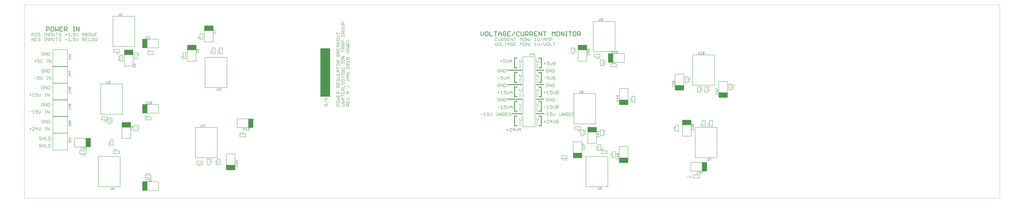
<source format=gbr>
G75*
G70*
%OFA0B0*%
%FSLAX24Y24*%
%IPPOS*%
%LPD*%
%AMOC8*
5,1,8,0,0,1.08239X$1,22.5*
%
%ADD10C,0.0000*%
%ADD11C,0.0080*%
%ADD12R,0.2000X1.0000*%
%ADD13C,0.0150*%
%ADD14C,0.0120*%
%ADD15C,0.0050*%
%ADD16C,0.0060*%
%ADD17R,0.1811X0.1024*%
%ADD18R,0.1024X0.1811*%
%ADD19C,0.0040*%
D10*
X012609Y000181D02*
X012609Y040181D01*
X213609Y040181D01*
X213609Y000181D01*
X012609Y000181D01*
D11*
X015752Y010721D02*
X015649Y010825D01*
X015752Y010721D02*
X015959Y010721D01*
X016062Y010825D01*
X016062Y010928D01*
X015959Y011032D01*
X015752Y011032D01*
X015649Y011135D01*
X015649Y011239D01*
X015752Y011342D01*
X015959Y011342D01*
X016062Y011239D01*
X016293Y011342D02*
X016293Y010721D01*
X016293Y011032D02*
X016707Y011032D01*
X016707Y011342D02*
X016707Y010721D01*
X016938Y010721D02*
X017351Y010721D01*
X017582Y010721D02*
X017892Y010721D01*
X017996Y010825D01*
X017996Y011239D01*
X017892Y011342D01*
X017582Y011342D01*
X017582Y010721D01*
X016938Y010721D02*
X016938Y011342D01*
X016938Y012221D02*
X017351Y012221D01*
X017582Y012221D02*
X017892Y012221D01*
X017996Y012325D01*
X017996Y012739D01*
X017892Y012842D01*
X017582Y012842D01*
X017582Y012221D01*
X016938Y012221D02*
X016938Y012842D01*
X016707Y012842D02*
X016707Y012221D01*
X016707Y012532D02*
X016293Y012532D01*
X016062Y012428D02*
X015959Y012532D01*
X015752Y012532D01*
X015649Y012635D01*
X015649Y012739D01*
X015752Y012842D01*
X015959Y012842D01*
X016062Y012739D01*
X016293Y012842D02*
X016293Y012221D01*
X016062Y012325D02*
X015959Y012221D01*
X015752Y012221D01*
X015649Y012325D01*
X016062Y012325D02*
X016062Y012428D01*
X015789Y014221D02*
X015996Y014428D01*
X015996Y014842D01*
X015582Y014842D02*
X015582Y014428D01*
X015789Y014221D01*
X015351Y014532D02*
X014938Y014532D01*
X015248Y014842D01*
X015248Y014221D01*
X014707Y014221D02*
X014293Y014221D01*
X014707Y014635D01*
X014707Y014739D01*
X014603Y014842D01*
X014396Y014842D01*
X014293Y014739D01*
X014062Y014532D02*
X013649Y014532D01*
X013855Y014739D02*
X013855Y014325D01*
X016871Y014221D02*
X017078Y014221D01*
X016975Y014221D02*
X016975Y014842D01*
X017078Y014842D02*
X016871Y014842D01*
X017301Y014842D02*
X017714Y014221D01*
X017714Y014842D01*
X017301Y014842D02*
X017301Y014221D01*
X017207Y015721D02*
X017207Y016342D01*
X017438Y016342D02*
X017748Y016342D01*
X017851Y016239D01*
X017851Y015825D01*
X017748Y015721D01*
X017438Y015721D01*
X017438Y016342D01*
X016793Y016342D02*
X017207Y015721D01*
X016793Y015721D02*
X016793Y016342D01*
X016562Y016239D02*
X016459Y016342D01*
X016252Y016342D01*
X016149Y016239D01*
X016149Y015825D01*
X016252Y015721D01*
X016459Y015721D01*
X016562Y015825D01*
X016562Y016032D01*
X016355Y016032D01*
X016871Y017721D02*
X017078Y017721D01*
X016975Y017721D02*
X016975Y018342D01*
X017078Y018342D02*
X016871Y018342D01*
X017301Y018342D02*
X017714Y017721D01*
X017714Y018342D01*
X017301Y018342D02*
X017301Y017721D01*
X015996Y017928D02*
X015996Y018342D01*
X015996Y017928D02*
X015789Y017721D01*
X015582Y017928D01*
X015582Y018342D01*
X015351Y018342D02*
X014938Y018342D01*
X014938Y018032D01*
X015144Y018135D01*
X015248Y018135D01*
X015351Y018032D01*
X015351Y017825D01*
X015248Y017721D01*
X015041Y017721D01*
X014938Y017825D01*
X014707Y017721D02*
X014293Y017721D01*
X014500Y017721D02*
X014500Y018342D01*
X014293Y018135D01*
X014062Y018032D02*
X013649Y018032D01*
X016149Y019325D02*
X016252Y019221D01*
X016459Y019221D01*
X016562Y019325D01*
X016562Y019532D01*
X016355Y019532D01*
X016149Y019739D02*
X016149Y019325D01*
X016149Y019739D02*
X016252Y019842D01*
X016459Y019842D01*
X016562Y019739D01*
X016793Y019842D02*
X016793Y019221D01*
X017207Y019221D02*
X017207Y019842D01*
X017438Y019842D02*
X017748Y019842D01*
X017851Y019739D01*
X017851Y019325D01*
X017748Y019221D01*
X017438Y019221D01*
X017438Y019842D01*
X016793Y019842D02*
X017207Y019221D01*
X017301Y021221D02*
X017301Y021842D01*
X017714Y021221D01*
X017714Y021842D01*
X017078Y021842D02*
X016871Y021842D01*
X016975Y021842D02*
X016975Y021221D01*
X017078Y021221D02*
X016871Y021221D01*
X015996Y021428D02*
X015789Y021221D01*
X015582Y021428D01*
X015582Y021842D01*
X015351Y021842D02*
X014938Y021842D01*
X014938Y021532D01*
X015144Y021635D01*
X015248Y021635D01*
X015351Y021532D01*
X015351Y021325D01*
X015248Y021221D01*
X015041Y021221D01*
X014938Y021325D01*
X014707Y021221D02*
X014293Y021221D01*
X014500Y021221D02*
X014500Y021842D01*
X014293Y021635D01*
X014062Y021532D02*
X013649Y021532D01*
X013855Y021739D02*
X013855Y021325D01*
X015996Y021428D02*
X015996Y021842D01*
X016252Y022721D02*
X016459Y022721D01*
X016562Y022825D01*
X016562Y023032D01*
X016355Y023032D01*
X016149Y023239D02*
X016149Y022825D01*
X016252Y022721D01*
X016149Y023239D02*
X016252Y023342D01*
X016459Y023342D01*
X016562Y023239D01*
X016793Y023342D02*
X017207Y022721D01*
X017207Y023342D01*
X017438Y023342D02*
X017748Y023342D01*
X017851Y023239D01*
X017851Y022825D01*
X017748Y022721D01*
X017438Y022721D01*
X017438Y023342D01*
X016793Y023342D02*
X016793Y022721D01*
X017227Y024721D02*
X017433Y024721D01*
X017330Y024721D02*
X017330Y025342D01*
X017227Y025342D02*
X017433Y025342D01*
X017656Y025342D02*
X018070Y024721D01*
X018070Y025342D01*
X017656Y025342D02*
X017656Y024721D01*
X016351Y024928D02*
X016351Y025342D01*
X015938Y025342D02*
X015938Y024928D01*
X016144Y024721D01*
X016351Y024928D01*
X015707Y024825D02*
X015603Y024721D01*
X015396Y024721D01*
X015293Y024825D01*
X015293Y025032D02*
X015500Y025135D01*
X015603Y025135D01*
X015707Y025032D01*
X015707Y024825D01*
X015293Y025032D02*
X015293Y025342D01*
X015707Y025342D01*
X015062Y025032D02*
X014649Y025032D01*
X016149Y026325D02*
X016252Y026221D01*
X016459Y026221D01*
X016562Y026325D01*
X016562Y026532D01*
X016355Y026532D01*
X016149Y026739D02*
X016149Y026325D01*
X016149Y026739D02*
X016252Y026842D01*
X016459Y026842D01*
X016562Y026739D01*
X016793Y026842D02*
X017207Y026221D01*
X017207Y026842D01*
X017438Y026842D02*
X017748Y026842D01*
X017851Y026739D01*
X017851Y026325D01*
X017748Y026221D01*
X017438Y026221D01*
X017438Y026842D01*
X016793Y026842D02*
X016793Y026221D01*
X017227Y028221D02*
X017433Y028221D01*
X017330Y028221D02*
X017330Y028842D01*
X017227Y028842D02*
X017433Y028842D01*
X017656Y028842D02*
X018070Y028221D01*
X018070Y028842D01*
X017656Y028842D02*
X017656Y028221D01*
X016351Y028428D02*
X016351Y028842D01*
X015938Y028842D02*
X015938Y028428D01*
X016144Y028221D01*
X016351Y028428D01*
X015707Y028325D02*
X015603Y028221D01*
X015396Y028221D01*
X015293Y028325D01*
X015293Y028532D02*
X015500Y028635D01*
X015603Y028635D01*
X015707Y028532D01*
X015707Y028325D01*
X015293Y028532D02*
X015293Y028842D01*
X015707Y028842D01*
X015062Y028532D02*
X014649Y028532D01*
X014855Y028739D02*
X014855Y028325D01*
X016252Y029721D02*
X016459Y029721D01*
X016562Y029825D01*
X016562Y030032D01*
X016355Y030032D01*
X016149Y030239D02*
X016149Y029825D01*
X016252Y029721D01*
X016149Y030239D02*
X016252Y030342D01*
X016459Y030342D01*
X016562Y030239D01*
X016793Y030342D02*
X016793Y029721D01*
X017207Y029721D02*
X017207Y030342D01*
X017438Y030342D02*
X017748Y030342D01*
X017851Y030239D01*
X017851Y029825D01*
X017748Y029721D01*
X017438Y029721D01*
X017438Y030342D01*
X016793Y030342D02*
X017207Y029721D01*
X017156Y032721D02*
X017156Y033342D01*
X017570Y032721D01*
X017570Y033342D01*
X017801Y033342D02*
X018111Y033342D01*
X018214Y033239D01*
X018214Y033032D01*
X018111Y032928D01*
X017801Y032928D01*
X017801Y032721D02*
X017801Y033342D01*
X017801Y033721D02*
X017801Y034342D01*
X018111Y034342D01*
X018214Y034239D01*
X018214Y034032D01*
X018111Y033928D01*
X017801Y033928D01*
X017570Y033721D02*
X017570Y034342D01*
X017156Y034342D02*
X017570Y033721D01*
X017156Y033721D02*
X017156Y034342D01*
X016933Y034342D02*
X016727Y034342D01*
X016830Y034342D02*
X016830Y033721D01*
X016727Y033721D02*
X016933Y033721D01*
X016933Y033342D02*
X016727Y033342D01*
X016830Y033342D02*
X016830Y032721D01*
X016727Y032721D02*
X016933Y032721D01*
X015851Y032825D02*
X015851Y033032D01*
X015644Y033032D01*
X015438Y033239D02*
X015438Y032825D01*
X015541Y032721D01*
X015748Y032721D01*
X015851Y032825D01*
X015851Y033239D02*
X015748Y033342D01*
X015541Y033342D01*
X015438Y033239D01*
X015207Y033342D02*
X014793Y033342D01*
X014793Y032721D01*
X015207Y032721D01*
X015000Y033032D02*
X014793Y033032D01*
X014562Y033342D02*
X014562Y032721D01*
X014149Y033342D01*
X014149Y032721D01*
X014149Y033721D02*
X014149Y034342D01*
X014459Y034342D01*
X014562Y034239D01*
X014562Y034032D01*
X014459Y033928D01*
X014149Y033928D01*
X014793Y033825D02*
X014793Y034239D01*
X014896Y034342D01*
X015103Y034342D01*
X015207Y034239D01*
X015207Y033825D01*
X015103Y033721D01*
X014896Y033721D01*
X014793Y033825D01*
X015438Y033825D02*
X015541Y033721D01*
X015748Y033721D01*
X015851Y033825D01*
X015851Y033928D01*
X015748Y034032D01*
X015541Y034032D01*
X015438Y034135D01*
X015438Y034239D01*
X015541Y034342D01*
X015748Y034342D01*
X015851Y034239D01*
X018445Y034342D02*
X018445Y033825D01*
X018549Y033721D01*
X018756Y033721D01*
X018859Y033825D01*
X018859Y034342D01*
X019090Y034342D02*
X019504Y034342D01*
X019297Y034342D02*
X019297Y033721D01*
X019297Y033342D02*
X019297Y032721D01*
X019734Y032825D02*
X019838Y032721D01*
X020045Y032721D01*
X020148Y032825D01*
X020148Y032928D01*
X020045Y033032D01*
X019838Y033032D01*
X019734Y033135D01*
X019734Y033239D01*
X019838Y033342D01*
X020045Y033342D01*
X020148Y033239D01*
X020045Y033721D02*
X019838Y033721D01*
X019734Y033825D01*
X019838Y034032D02*
X020045Y034032D01*
X020148Y033928D01*
X020148Y033825D01*
X020045Y033721D01*
X019838Y034032D02*
X019734Y034135D01*
X019734Y034239D01*
X019838Y034342D01*
X020045Y034342D01*
X020148Y034239D01*
X021023Y034032D02*
X021437Y034032D01*
X021668Y034135D02*
X021875Y034342D01*
X021875Y033721D01*
X021668Y033721D02*
X022082Y033721D01*
X022313Y033721D02*
X022416Y033721D01*
X022416Y033825D01*
X022313Y033825D01*
X022313Y033721D01*
X022635Y033825D02*
X022738Y033721D01*
X022945Y033721D01*
X023048Y033825D01*
X023048Y034032D01*
X022945Y034135D01*
X022842Y034135D01*
X022635Y034032D01*
X022635Y034342D01*
X023048Y034342D01*
X023279Y034342D02*
X023279Y033928D01*
X023486Y033721D01*
X023693Y033928D01*
X023693Y034342D01*
X024568Y034135D02*
X024775Y034342D01*
X024982Y034135D01*
X024982Y033721D01*
X025213Y033721D02*
X025523Y033721D01*
X025627Y033825D01*
X025627Y033928D01*
X025523Y034032D01*
X025213Y034032D01*
X024982Y034032D02*
X024568Y034032D01*
X024568Y034135D02*
X024568Y033721D01*
X024568Y033342D02*
X024879Y033342D01*
X024982Y033239D01*
X024982Y033135D01*
X024879Y033032D01*
X024568Y033032D01*
X024568Y033342D02*
X024568Y032721D01*
X024879Y032721D01*
X024982Y032825D01*
X024982Y032928D01*
X024879Y033032D01*
X025213Y033032D02*
X025420Y033032D01*
X025627Y033342D02*
X025213Y033342D01*
X025213Y032721D01*
X025627Y032721D01*
X025857Y032721D02*
X025857Y033342D01*
X025961Y033721D02*
X026168Y033721D01*
X026271Y033825D01*
X026271Y034239D01*
X026168Y034342D01*
X025961Y034342D01*
X025857Y034239D01*
X025857Y033825D01*
X025961Y033721D01*
X025627Y034135D02*
X025523Y034032D01*
X025627Y034135D02*
X025627Y034239D01*
X025523Y034342D01*
X025213Y034342D01*
X025213Y033721D01*
X026502Y033928D02*
X026709Y033721D01*
X026916Y033928D01*
X026916Y034342D01*
X027146Y034342D02*
X027146Y033721D01*
X027560Y033721D01*
X027353Y034032D02*
X027146Y034032D01*
X027146Y034342D02*
X027560Y034342D01*
X026502Y034342D02*
X026502Y033928D01*
X026605Y033342D02*
X026502Y033239D01*
X026502Y032825D01*
X026605Y032721D01*
X026812Y032721D01*
X026916Y032825D01*
X026916Y033239D01*
X026812Y033342D01*
X026605Y033342D01*
X027146Y033342D02*
X027146Y032721D01*
X027353Y032928D01*
X027560Y032721D01*
X027560Y033342D01*
X026271Y032721D02*
X025857Y032721D01*
X023693Y032928D02*
X023693Y033342D01*
X023279Y033342D02*
X023279Y032928D01*
X023486Y032721D01*
X023693Y032928D01*
X023048Y032825D02*
X022945Y032721D01*
X022738Y032721D01*
X022635Y032825D01*
X022635Y033032D02*
X022842Y033135D01*
X022945Y033135D01*
X023048Y033032D01*
X023048Y032825D01*
X022635Y033032D02*
X022635Y033342D01*
X023048Y033342D01*
X022416Y032825D02*
X022416Y032721D01*
X022313Y032721D01*
X022313Y032825D01*
X022416Y032825D01*
X022082Y032721D02*
X021668Y032721D01*
X021875Y032721D02*
X021875Y033342D01*
X021668Y033135D01*
X021437Y033032D02*
X021023Y033032D01*
X019504Y033342D02*
X019090Y033342D01*
X018859Y033342D02*
X018859Y032825D01*
X018756Y032721D01*
X018549Y032721D01*
X018445Y032825D01*
X018445Y033342D01*
X021230Y033825D02*
X021230Y034239D01*
X076948Y034252D02*
X077569Y034252D01*
X077948Y034260D02*
X077948Y034571D01*
X078051Y034674D01*
X078258Y034674D01*
X078362Y034571D01*
X078362Y034260D01*
X078569Y034260D02*
X077948Y034260D01*
X078051Y034030D02*
X077948Y033926D01*
X077948Y033719D01*
X078051Y033616D01*
X078465Y033616D01*
X078569Y033719D01*
X078569Y033926D01*
X078465Y034030D01*
X078258Y034030D01*
X078258Y033823D01*
X077569Y033711D02*
X077465Y033815D01*
X076948Y033815D01*
X076948Y034046D02*
X076948Y034459D01*
X077948Y035008D02*
X078051Y034905D01*
X078465Y034905D01*
X078569Y035008D01*
X078569Y035215D01*
X078465Y035319D01*
X078051Y035319D01*
X077948Y035215D01*
X077948Y035008D01*
X078362Y034467D02*
X078569Y034674D01*
X077569Y033711D02*
X077569Y033504D01*
X077465Y033401D01*
X076948Y033401D01*
X077051Y033170D02*
X076948Y033067D01*
X076948Y032860D01*
X077051Y032756D01*
X077465Y032756D01*
X077569Y032860D01*
X077569Y033067D01*
X077465Y033170D01*
X077051Y033170D01*
X077948Y032637D02*
X078051Y032740D01*
X078258Y032740D01*
X078362Y032637D01*
X078362Y032327D01*
X078569Y032327D02*
X077948Y032327D01*
X077948Y032637D01*
X077569Y032526D02*
X077258Y032215D01*
X077362Y032112D02*
X076948Y032526D01*
X076948Y032112D02*
X077569Y032112D01*
X077569Y031881D02*
X077155Y031881D01*
X076948Y031674D01*
X077155Y031467D01*
X077569Y031467D01*
X077569Y031237D02*
X077569Y030823D01*
X076948Y030823D01*
X076948Y031237D01*
X077258Y031030D02*
X077258Y030823D01*
X077258Y030592D02*
X077362Y030489D01*
X077362Y030178D01*
X077569Y030178D02*
X076948Y030178D01*
X076948Y030489D01*
X077051Y030592D01*
X077258Y030592D01*
X077362Y030385D02*
X077569Y030592D01*
X077948Y030600D02*
X078569Y030600D01*
X078948Y030608D02*
X078948Y030918D01*
X079051Y031022D01*
X079258Y031022D01*
X079362Y030918D01*
X079362Y030608D01*
X079569Y030608D02*
X078948Y030608D01*
X078948Y030385D02*
X079155Y030178D01*
X079362Y030178D01*
X079569Y030385D01*
X079362Y030815D02*
X079569Y031022D01*
X079569Y031253D02*
X078948Y031253D01*
X078948Y031666D02*
X079569Y031666D01*
X079362Y031459D01*
X079569Y031253D01*
X078569Y031451D02*
X078362Y031245D01*
X078362Y031348D02*
X078362Y031038D01*
X078569Y031038D02*
X077948Y031038D01*
X077948Y031348D01*
X078051Y031451D01*
X078258Y031451D01*
X078362Y031348D01*
X078258Y031682D02*
X078258Y032096D01*
X078155Y032096D02*
X078569Y032096D01*
X078948Y032207D02*
X079051Y032311D01*
X079258Y032311D01*
X079362Y032207D01*
X079362Y031897D01*
X079569Y031897D02*
X078948Y031897D01*
X078948Y032207D01*
X078948Y032542D02*
X079155Y032748D01*
X079362Y032748D01*
X079569Y032542D01*
X079569Y032311D02*
X079362Y032104D01*
X078569Y031682D02*
X078155Y031682D01*
X077948Y031889D01*
X078155Y032096D01*
X077258Y031881D02*
X077258Y031467D01*
X077948Y030807D02*
X077948Y030393D01*
X077465Y029948D02*
X077569Y029844D01*
X077569Y029534D01*
X076948Y029534D01*
X076948Y029844D01*
X077051Y029948D01*
X077155Y029948D01*
X077258Y029844D01*
X077258Y029534D01*
X077258Y029844D02*
X077362Y029948D01*
X077465Y029948D01*
X077948Y029518D02*
X078569Y029518D01*
X077948Y029104D01*
X078569Y029104D01*
X078465Y028873D02*
X078051Y028873D01*
X077948Y028770D01*
X077948Y028563D01*
X078051Y028460D01*
X078465Y028460D01*
X078569Y028563D01*
X078569Y028770D01*
X078465Y028873D01*
X078948Y028993D02*
X078948Y029200D01*
X079051Y029303D01*
X079155Y029303D01*
X079258Y029200D01*
X079258Y028993D01*
X079155Y028889D01*
X079051Y028889D01*
X078948Y028993D01*
X079258Y028993D02*
X079362Y028889D01*
X079465Y028889D01*
X079569Y028993D01*
X079569Y029200D01*
X079465Y029303D01*
X079362Y029303D01*
X079258Y029200D01*
X079569Y028658D02*
X079569Y028245D01*
X079569Y028452D02*
X078948Y028452D01*
X079155Y028245D01*
X079051Y028014D02*
X079465Y028014D01*
X079569Y027911D01*
X079569Y027704D01*
X079465Y027600D01*
X079051Y028014D01*
X078948Y027911D01*
X078948Y027704D01*
X079051Y027600D01*
X079465Y027600D01*
X079569Y027369D02*
X079569Y026956D01*
X079155Y027369D01*
X079051Y027369D01*
X078948Y027266D01*
X078948Y027059D01*
X079051Y026956D01*
X078569Y027051D02*
X078569Y026844D01*
X078465Y026741D01*
X078051Y026741D01*
X077948Y026844D01*
X077948Y027051D01*
X078051Y027155D01*
X078465Y027155D02*
X078569Y027051D01*
X077569Y027163D02*
X076948Y027163D01*
X076948Y027369D02*
X076948Y026956D01*
X077155Y026725D02*
X077569Y026725D01*
X077258Y026725D02*
X077258Y026311D01*
X077155Y026311D02*
X076948Y026518D01*
X077155Y026725D01*
X077155Y026311D02*
X077569Y026311D01*
X077569Y026080D02*
X077569Y025667D01*
X076948Y025667D01*
X076948Y025436D02*
X077465Y025436D01*
X077569Y025332D01*
X077569Y025126D01*
X077465Y025022D01*
X076948Y025022D01*
X077051Y024791D02*
X076948Y024688D01*
X076948Y024481D01*
X077051Y024378D01*
X077465Y024378D01*
X077569Y024481D01*
X077569Y024688D01*
X077465Y024791D01*
X077258Y024791D01*
X077258Y024584D01*
X076948Y024147D02*
X076948Y023733D01*
X077569Y023733D01*
X077569Y024147D01*
X077258Y023940D02*
X077258Y023733D01*
X077258Y023502D02*
X077362Y023399D01*
X077362Y023089D01*
X077362Y023295D02*
X077569Y023502D01*
X077258Y023502D02*
X077051Y023502D01*
X076948Y023399D01*
X076948Y023089D01*
X077569Y023089D01*
X077948Y023089D02*
X078569Y023089D01*
X078569Y023502D01*
X078465Y023733D02*
X078569Y023836D01*
X078569Y024043D01*
X078465Y024147D01*
X078051Y024147D01*
X077948Y024043D01*
X077948Y023836D01*
X078051Y023733D01*
X078465Y023733D01*
X078948Y023502D02*
X079569Y023089D01*
X078569Y022858D02*
X078362Y022651D01*
X078362Y022754D02*
X078362Y022444D01*
X078569Y022444D02*
X077948Y022444D01*
X077948Y022754D01*
X078051Y022858D01*
X078258Y022858D01*
X078362Y022754D01*
X078569Y022213D02*
X078569Y021800D01*
X077948Y021800D01*
X077948Y022213D01*
X078258Y022006D02*
X078258Y021800D01*
X077948Y021569D02*
X077948Y021155D01*
X077948Y021362D02*
X078569Y021362D01*
X078569Y020924D02*
X078155Y020924D01*
X077948Y020717D01*
X078155Y020510D01*
X078569Y020510D01*
X078569Y020280D02*
X077948Y020280D01*
X078258Y020510D02*
X078258Y020924D01*
X077569Y020924D02*
X076948Y020924D01*
X076948Y021155D02*
X077569Y021155D01*
X077569Y021569D01*
X077569Y021800D02*
X076948Y021800D01*
X076948Y022110D01*
X077051Y022213D01*
X077258Y022213D01*
X077362Y022110D01*
X077362Y021800D01*
X077362Y022006D02*
X077569Y022213D01*
X078948Y022006D02*
X079155Y022213D01*
X079569Y022213D01*
X079258Y022213D02*
X079258Y021800D01*
X079155Y021800D02*
X078948Y022006D01*
X079155Y021800D02*
X079569Y021800D01*
X076948Y021569D02*
X076948Y021155D01*
X077258Y021155D02*
X077258Y021362D01*
X077569Y020924D02*
X077362Y020717D01*
X077569Y020510D01*
X076948Y020510D01*
X077051Y020280D02*
X076948Y020176D01*
X076948Y019969D01*
X077051Y019866D01*
X077465Y019866D01*
X077569Y019969D01*
X077569Y020176D01*
X077465Y020280D01*
X077051Y020280D01*
X077948Y019866D02*
X078569Y019866D01*
X078362Y020073D01*
X078569Y020280D01*
X078948Y020280D02*
X078948Y019866D01*
X079569Y019866D01*
X079569Y020280D01*
X079362Y020510D02*
X079569Y020717D01*
X079362Y020924D01*
X078948Y020924D01*
X078948Y020510D02*
X079362Y020510D01*
X079258Y020073D02*
X079258Y019866D01*
X079258Y019635D02*
X079051Y019635D01*
X078948Y019532D01*
X078948Y019221D01*
X079569Y019221D01*
X079362Y019221D02*
X079362Y019532D01*
X079258Y019635D01*
X079362Y019428D02*
X079569Y019635D01*
X078569Y019532D02*
X078569Y019325D01*
X078465Y019221D01*
X077948Y019221D01*
X077569Y019221D02*
X076948Y019221D01*
X076948Y019532D01*
X077051Y019635D01*
X077258Y019635D01*
X077362Y019532D01*
X077362Y019221D01*
X077948Y019635D02*
X078465Y019635D01*
X078569Y019532D01*
X075069Y019532D02*
X075069Y019325D01*
X074965Y019221D01*
X074758Y019325D02*
X074758Y019532D01*
X074862Y019635D01*
X074965Y019635D01*
X075069Y019532D01*
X075069Y019866D02*
X074448Y020280D01*
X074448Y020510D02*
X075069Y020924D01*
X074448Y020924D01*
X074448Y020510D02*
X075069Y020510D01*
X074551Y019635D02*
X074448Y019532D01*
X074448Y019325D01*
X074551Y019221D01*
X074655Y019221D01*
X074758Y019325D01*
X078051Y024378D02*
X078465Y024378D01*
X078569Y024481D01*
X078569Y024688D01*
X078465Y024791D01*
X078051Y024791D01*
X077948Y024688D01*
X077948Y024481D01*
X078051Y024378D01*
X078569Y025022D02*
X077948Y025436D01*
X077948Y025667D02*
X077948Y025874D01*
X077948Y025770D02*
X078569Y025770D01*
X078569Y025667D02*
X078569Y025874D01*
X078465Y026096D02*
X078569Y026200D01*
X078569Y026407D01*
X078465Y026510D01*
X078051Y026510D01*
X077948Y026407D01*
X077948Y026200D01*
X078051Y026096D01*
X078465Y026096D01*
X078362Y026303D02*
X078569Y026510D01*
X078948Y026080D02*
X079569Y026080D01*
X078948Y025667D01*
X079569Y025667D01*
X079569Y025436D02*
X079155Y025436D01*
X078948Y025229D01*
X079155Y025022D01*
X079569Y025022D01*
X079258Y025022D02*
X079258Y025436D01*
X078948Y024791D02*
X078948Y024584D01*
X078948Y024688D02*
X079465Y024688D01*
X079569Y024584D01*
X079569Y024481D01*
X079465Y024378D01*
X077465Y027600D02*
X077569Y027704D01*
X077569Y027911D01*
X077465Y028014D01*
X077051Y028014D01*
X076948Y027911D01*
X076948Y027704D01*
X077051Y027600D01*
X077465Y027600D01*
X077948Y028030D02*
X077948Y028237D01*
X077948Y028133D02*
X078569Y028133D01*
X078569Y028030D02*
X078569Y028237D01*
X077569Y028245D02*
X076948Y028245D01*
X076948Y028555D01*
X077051Y028658D01*
X077258Y028658D01*
X077362Y028555D01*
X077362Y028245D01*
X077362Y028452D02*
X077569Y028658D01*
X109649Y031928D02*
X109855Y031721D01*
X110062Y031928D01*
X110062Y032342D01*
X110293Y032239D02*
X110396Y032342D01*
X110603Y032342D01*
X110707Y032239D01*
X110707Y031825D01*
X110603Y031721D01*
X110396Y031721D01*
X110293Y031825D01*
X110293Y032239D01*
X109649Y032342D02*
X109649Y031928D01*
X110938Y031721D02*
X111351Y031721D01*
X110938Y031721D02*
X110938Y032342D01*
X110938Y032721D02*
X110938Y033342D01*
X111248Y033342D01*
X111351Y033239D01*
X111351Y033032D01*
X111248Y032928D01*
X110938Y032928D01*
X111144Y032928D02*
X111351Y032721D01*
X111582Y032721D02*
X111582Y033342D01*
X111892Y033342D01*
X111996Y033239D01*
X111996Y033032D01*
X111892Y032928D01*
X111582Y032928D01*
X111789Y032928D02*
X111996Y032721D01*
X112227Y032721D02*
X112640Y032721D01*
X112871Y032721D02*
X112871Y033342D01*
X113285Y032721D01*
X113285Y033342D01*
X113516Y033342D02*
X113929Y033342D01*
X113722Y033342D02*
X113722Y032721D01*
X113516Y032342D02*
X113516Y031721D01*
X113929Y031721D01*
X113722Y032032D02*
X113516Y032032D01*
X113285Y032032D02*
X113078Y032032D01*
X113285Y032032D02*
X113285Y031825D01*
X113181Y031721D01*
X112975Y031721D01*
X112871Y031825D01*
X112871Y032239D01*
X112975Y032342D01*
X113181Y032342D01*
X113285Y032239D01*
X113516Y032342D02*
X113929Y032342D01*
X114805Y032342D02*
X115012Y032135D01*
X115218Y032342D01*
X115218Y031721D01*
X115449Y031825D02*
X115449Y032239D01*
X115553Y032342D01*
X115759Y032342D01*
X115863Y032239D01*
X115863Y031825D01*
X115759Y031721D01*
X115553Y031721D01*
X115449Y031825D01*
X114805Y031721D02*
X114805Y032342D01*
X114805Y032721D02*
X114805Y033342D01*
X115012Y033135D01*
X115218Y033342D01*
X115218Y032721D01*
X115449Y032825D02*
X115449Y033239D01*
X115553Y033342D01*
X115759Y033342D01*
X115863Y033239D01*
X115863Y032825D01*
X115759Y032721D01*
X115553Y032721D01*
X115449Y032825D01*
X116094Y032721D02*
X116094Y033342D01*
X116507Y032721D01*
X116507Y033342D01*
X116738Y033135D02*
X116738Y033032D01*
X116842Y033032D01*
X116842Y033135D01*
X116738Y033135D01*
X116738Y032825D02*
X116738Y032721D01*
X116842Y032721D01*
X116842Y032825D01*
X116738Y032825D01*
X116507Y032342D02*
X116507Y031721D01*
X116094Y032342D01*
X116094Y031721D01*
X116738Y031721D02*
X116738Y031825D01*
X116842Y031825D01*
X116842Y031721D01*
X116738Y031721D01*
X116738Y032032D02*
X116738Y032135D01*
X116842Y032135D01*
X116842Y032032D01*
X116738Y032032D01*
X117705Y032135D02*
X117912Y032342D01*
X117912Y031721D01*
X117705Y031721D02*
X118119Y031721D01*
X118350Y031928D02*
X118556Y031721D01*
X118763Y031928D01*
X118763Y032342D01*
X118350Y032342D02*
X118350Y031928D01*
X118994Y031721D02*
X119408Y032342D01*
X119639Y032342D02*
X119639Y031928D01*
X119845Y031721D01*
X120052Y031928D01*
X120052Y032342D01*
X120283Y032239D02*
X120387Y032342D01*
X120593Y032342D01*
X120697Y032239D01*
X120697Y031825D01*
X120593Y031721D01*
X120387Y031721D01*
X120283Y031825D01*
X120283Y032239D01*
X120928Y032342D02*
X120928Y031721D01*
X121341Y031721D01*
X121779Y031721D02*
X121779Y032342D01*
X121572Y032342D02*
X121986Y032342D01*
X121341Y033032D02*
X121238Y032928D01*
X120928Y032928D01*
X120928Y032721D02*
X120928Y033342D01*
X121238Y033342D01*
X121341Y033239D01*
X121341Y033032D01*
X120697Y033342D02*
X120697Y032721D01*
X120283Y032721D02*
X120283Y033342D01*
X120490Y033135D01*
X120697Y033342D01*
X120052Y033135D02*
X120052Y032721D01*
X120052Y033032D02*
X119639Y033032D01*
X119639Y033135D02*
X119639Y032721D01*
X119639Y033135D02*
X119845Y033342D01*
X120052Y033135D01*
X119408Y033342D02*
X118994Y032721D01*
X118763Y032928D02*
X118763Y033342D01*
X118350Y033342D02*
X118350Y032928D01*
X118556Y032721D01*
X118763Y032928D01*
X118119Y032721D02*
X117705Y032721D01*
X117912Y032721D02*
X117912Y033342D01*
X117705Y033135D01*
X112640Y033342D02*
X112227Y033342D01*
X112227Y032721D01*
X112227Y033032D02*
X112433Y033032D01*
X112433Y032342D02*
X112640Y032135D01*
X112640Y031721D01*
X112640Y032032D02*
X112227Y032032D01*
X112227Y032135D02*
X112433Y032342D01*
X112227Y032135D02*
X112227Y031721D01*
X111789Y031721D02*
X111789Y032342D01*
X111582Y032342D02*
X111996Y032342D01*
X110707Y032825D02*
X110707Y033342D01*
X110293Y033342D02*
X110293Y032825D01*
X110396Y032721D01*
X110603Y032721D01*
X110707Y032825D01*
X110062Y032825D02*
X109959Y032721D01*
X109752Y032721D01*
X109649Y032825D01*
X109649Y033239D01*
X109752Y033342D01*
X109959Y033342D01*
X110062Y033239D01*
X111293Y028842D02*
X111293Y028532D01*
X111500Y028635D01*
X111603Y028635D01*
X111707Y028532D01*
X111707Y028325D01*
X111603Y028221D01*
X111396Y028221D01*
X111293Y028325D01*
X111062Y028532D02*
X110649Y028532D01*
X110855Y028739D02*
X110855Y028325D01*
X111293Y028842D02*
X111707Y028842D01*
X111938Y028842D02*
X111938Y028428D01*
X112144Y028221D01*
X112351Y028428D01*
X112351Y028842D01*
X112582Y028635D02*
X112789Y028842D01*
X112996Y028635D01*
X112996Y028221D01*
X112996Y028532D02*
X112582Y028532D01*
X112582Y028635D02*
X112582Y028221D01*
X114649Y028428D02*
X114855Y028221D01*
X115062Y028428D01*
X115062Y028842D01*
X114649Y028842D02*
X114649Y028428D01*
X114649Y027842D02*
X114855Y027842D01*
X114752Y027842D02*
X114752Y027221D01*
X114649Y027221D02*
X114855Y027221D01*
X111851Y026739D02*
X111748Y026842D01*
X111438Y026842D01*
X111438Y026221D01*
X111748Y026221D01*
X111851Y026325D01*
X111851Y026739D01*
X111207Y026842D02*
X111207Y026221D01*
X110793Y026842D01*
X110793Y026221D01*
X110562Y026325D02*
X110459Y026221D01*
X110252Y026221D01*
X110149Y026325D01*
X110149Y026739D01*
X110252Y026842D01*
X110459Y026842D01*
X110562Y026739D01*
X110562Y026532D02*
X110355Y026532D01*
X110562Y026532D02*
X110562Y026325D01*
X114649Y025842D02*
X114649Y025428D01*
X114855Y025221D01*
X115062Y025428D01*
X115062Y025842D01*
X112496Y025135D02*
X112496Y024721D01*
X112496Y025032D02*
X112082Y025032D01*
X112082Y025135D02*
X112289Y025342D01*
X112496Y025135D01*
X112082Y025135D02*
X112082Y024721D01*
X111851Y024928D02*
X111851Y025342D01*
X111438Y025342D02*
X111438Y024928D01*
X111644Y024721D01*
X111851Y024928D01*
X111207Y024825D02*
X111103Y024721D01*
X110896Y024721D01*
X110793Y024825D01*
X110793Y025032D02*
X111000Y025135D01*
X111103Y025135D01*
X111207Y025032D01*
X111207Y024825D01*
X110793Y025032D02*
X110793Y025342D01*
X111207Y025342D01*
X110562Y025032D02*
X110149Y025032D01*
X114649Y024842D02*
X114855Y024842D01*
X114752Y024842D02*
X114752Y024221D01*
X114649Y024221D02*
X114855Y024221D01*
X111851Y023739D02*
X111748Y023842D01*
X111438Y023842D01*
X111438Y023221D01*
X111748Y023221D01*
X111851Y023325D01*
X111851Y023739D01*
X111207Y023842D02*
X111207Y023221D01*
X110793Y023842D01*
X110793Y023221D01*
X110562Y023325D02*
X110562Y023532D01*
X110355Y023532D01*
X110149Y023739D02*
X110149Y023325D01*
X110252Y023221D01*
X110459Y023221D01*
X110562Y023325D01*
X110562Y023739D02*
X110459Y023842D01*
X110252Y023842D01*
X110149Y023739D01*
X114649Y022842D02*
X114649Y022428D01*
X114855Y022221D01*
X115062Y022428D01*
X115062Y022842D01*
X113140Y022135D02*
X112933Y022342D01*
X112727Y022135D01*
X112727Y021721D01*
X112496Y021928D02*
X112289Y021721D01*
X112082Y021928D01*
X112082Y022342D01*
X111851Y022342D02*
X111438Y022342D01*
X111438Y022032D01*
X111644Y022135D01*
X111748Y022135D01*
X111851Y022032D01*
X111851Y021825D01*
X111748Y021721D01*
X111541Y021721D01*
X111438Y021825D01*
X111207Y021721D02*
X110793Y021721D01*
X111000Y021721D02*
X111000Y022342D01*
X110793Y022135D01*
X110562Y022032D02*
X110149Y022032D01*
X110355Y022239D02*
X110355Y021825D01*
X112496Y021928D02*
X112496Y022342D01*
X112727Y022032D02*
X113140Y022032D01*
X113140Y022135D02*
X113140Y021721D01*
X114649Y021842D02*
X114855Y021842D01*
X114752Y021842D02*
X114752Y021221D01*
X114649Y021221D02*
X114855Y021221D01*
X111851Y020739D02*
X111748Y020842D01*
X111438Y020842D01*
X111438Y020221D01*
X111748Y020221D01*
X111851Y020325D01*
X111851Y020739D01*
X111207Y020842D02*
X111207Y020221D01*
X110793Y020842D01*
X110793Y020221D01*
X110562Y020325D02*
X110562Y020532D01*
X110355Y020532D01*
X110149Y020739D02*
X110149Y020325D01*
X110252Y020221D01*
X110459Y020221D01*
X110562Y020325D01*
X110562Y020739D02*
X110459Y020842D01*
X110252Y020842D01*
X110149Y020739D01*
X114649Y019842D02*
X114649Y019428D01*
X114855Y019221D01*
X115062Y019428D01*
X115062Y019842D01*
X113140Y019135D02*
X113140Y018721D01*
X113140Y019032D02*
X112727Y019032D01*
X112727Y019135D02*
X112933Y019342D01*
X113140Y019135D01*
X112727Y019135D02*
X112727Y018721D01*
X112496Y018928D02*
X112496Y019342D01*
X112496Y018928D02*
X112289Y018721D01*
X112082Y018928D01*
X112082Y019342D01*
X111851Y019342D02*
X111438Y019342D01*
X111438Y019032D01*
X111644Y019135D01*
X111748Y019135D01*
X111851Y019032D01*
X111851Y018825D01*
X111748Y018721D01*
X111541Y018721D01*
X111438Y018825D01*
X111207Y018721D02*
X110793Y018721D01*
X111000Y018721D02*
X111000Y019342D01*
X110793Y019135D01*
X110562Y019032D02*
X110149Y019032D01*
X114649Y018842D02*
X114855Y018842D01*
X114752Y018842D02*
X114752Y018221D01*
X114649Y018221D02*
X114855Y018221D01*
X112863Y017739D02*
X112759Y017842D01*
X112553Y017842D01*
X112449Y017739D01*
X112449Y017325D01*
X112553Y017221D01*
X112759Y017221D01*
X112863Y017325D01*
X112863Y017532D01*
X112656Y017532D01*
X112218Y017842D02*
X111805Y017842D01*
X111805Y017221D01*
X112218Y017221D01*
X112012Y017532D02*
X111805Y017532D01*
X111574Y017532D02*
X111470Y017428D01*
X111160Y017428D01*
X111160Y017221D02*
X111160Y017842D01*
X111470Y017842D01*
X111574Y017739D01*
X111574Y017532D01*
X111367Y017428D02*
X111574Y017221D01*
X110929Y017221D02*
X110929Y017842D01*
X110516Y017842D02*
X110929Y017221D01*
X110516Y017221D02*
X110516Y017842D01*
X110285Y017842D02*
X110285Y017325D01*
X110181Y017221D01*
X109975Y017221D01*
X109871Y017325D01*
X109871Y017842D01*
X108996Y017842D02*
X108996Y017428D01*
X108789Y017221D01*
X108582Y017428D01*
X108582Y017842D01*
X108351Y017842D02*
X107938Y017842D01*
X107938Y017532D01*
X108144Y017635D01*
X108248Y017635D01*
X108351Y017532D01*
X108351Y017325D01*
X108248Y017221D01*
X108041Y017221D01*
X107938Y017325D01*
X107707Y017221D02*
X107293Y017221D01*
X107500Y017221D02*
X107500Y017842D01*
X107293Y017635D01*
X107062Y017532D02*
X106649Y017532D01*
X114649Y016842D02*
X114649Y016428D01*
X114855Y016221D01*
X115062Y016428D01*
X115062Y016842D01*
X114855Y015842D02*
X114649Y015842D01*
X114752Y015842D02*
X114752Y015221D01*
X114649Y015221D02*
X114855Y015221D01*
X114711Y014642D02*
X114918Y014435D01*
X114918Y014021D01*
X114918Y014332D02*
X114504Y014332D01*
X114504Y014435D02*
X114711Y014642D01*
X114504Y014435D02*
X114504Y014021D01*
X114273Y014228D02*
X114066Y014021D01*
X113859Y014228D01*
X113859Y014642D01*
X113525Y014642D02*
X113215Y014332D01*
X113629Y014332D01*
X113525Y014642D02*
X113525Y014021D01*
X112984Y014021D02*
X112570Y014021D01*
X112984Y014435D01*
X112984Y014539D01*
X112881Y014642D01*
X112674Y014642D01*
X112570Y014539D01*
X112339Y014332D02*
X111926Y014332D01*
X112133Y014539D02*
X112133Y014125D01*
X114273Y014228D02*
X114273Y014642D01*
X118149Y015221D02*
X118355Y015221D01*
X118252Y015221D02*
X118252Y015842D01*
X118149Y015842D02*
X118355Y015842D01*
X118355Y016221D02*
X118562Y016428D01*
X118562Y016842D01*
X118149Y016842D02*
X118149Y016428D01*
X118355Y016221D01*
X119649Y016032D02*
X120062Y016032D01*
X119855Y016239D02*
X119855Y015825D01*
X120293Y015721D02*
X120707Y016135D01*
X120707Y016239D01*
X120603Y016342D01*
X120396Y016342D01*
X120293Y016239D01*
X120938Y016032D02*
X121248Y016342D01*
X121248Y015721D01*
X121351Y016032D02*
X120938Y016032D01*
X120707Y015721D02*
X120293Y015721D01*
X121582Y015928D02*
X121789Y015721D01*
X121996Y015928D01*
X121996Y016342D01*
X122227Y016342D02*
X122537Y016342D01*
X122640Y016239D01*
X122640Y016135D01*
X122537Y016032D01*
X122227Y016032D01*
X122537Y016032D02*
X122640Y015928D01*
X122640Y015825D01*
X122537Y015721D01*
X122227Y015721D01*
X122227Y016342D01*
X121582Y016342D02*
X121582Y015928D01*
X121789Y017221D02*
X121996Y017428D01*
X121996Y017842D01*
X121582Y017842D02*
X121582Y017428D01*
X121789Y017221D01*
X121351Y017325D02*
X121248Y017221D01*
X121041Y017221D01*
X120938Y017325D01*
X120938Y017532D02*
X121144Y017635D01*
X121248Y017635D01*
X121351Y017532D01*
X121351Y017325D01*
X120938Y017532D02*
X120938Y017842D01*
X121351Y017842D01*
X120500Y017842D02*
X120500Y017221D01*
X120293Y017221D02*
X120707Y017221D01*
X120293Y017635D02*
X120500Y017842D01*
X120062Y017532D02*
X119649Y017532D01*
X118355Y018221D02*
X118149Y018221D01*
X118252Y018221D02*
X118252Y018842D01*
X118149Y018842D02*
X118355Y018842D01*
X118355Y019221D02*
X118562Y019428D01*
X118562Y019842D01*
X118149Y019842D02*
X118149Y019428D01*
X118355Y019221D01*
X119649Y019032D02*
X120062Y019032D01*
X120293Y019135D02*
X120500Y019342D01*
X120500Y018721D01*
X120293Y018721D02*
X120707Y018721D01*
X120938Y018825D02*
X121041Y018721D01*
X121248Y018721D01*
X121351Y018825D01*
X121351Y019032D01*
X121248Y019135D01*
X121144Y019135D01*
X120938Y019032D01*
X120938Y019342D01*
X121351Y019342D01*
X121582Y019342D02*
X121582Y018928D01*
X121789Y018721D01*
X121996Y018928D01*
X121996Y019342D01*
X122227Y019342D02*
X122537Y019342D01*
X122640Y019239D01*
X122640Y019135D01*
X122537Y019032D01*
X122227Y019032D01*
X122537Y019032D02*
X122640Y018928D01*
X122640Y018825D01*
X122537Y018721D01*
X122227Y018721D01*
X122227Y019342D01*
X121748Y020221D02*
X121851Y020325D01*
X121851Y020739D01*
X121748Y020842D01*
X121438Y020842D01*
X121438Y020221D01*
X121748Y020221D01*
X121207Y020221D02*
X121207Y020842D01*
X120793Y020842D02*
X121207Y020221D01*
X120793Y020221D02*
X120793Y020842D01*
X120562Y020739D02*
X120459Y020842D01*
X120252Y020842D01*
X120149Y020739D01*
X120149Y020325D01*
X120252Y020221D01*
X120459Y020221D01*
X120562Y020325D01*
X120562Y020532D01*
X120355Y020532D01*
X118355Y021221D02*
X118149Y021221D01*
X118252Y021221D02*
X118252Y021842D01*
X118149Y021842D02*
X118355Y021842D01*
X118355Y022221D02*
X118562Y022428D01*
X118562Y022842D01*
X118149Y022842D02*
X118149Y022428D01*
X118355Y022221D01*
X119649Y022032D02*
X120062Y022032D01*
X120293Y022135D02*
X120500Y022342D01*
X120500Y021721D01*
X120293Y021721D02*
X120707Y021721D01*
X120938Y021825D02*
X121041Y021721D01*
X121248Y021721D01*
X121351Y021825D01*
X121351Y022032D01*
X121248Y022135D01*
X121144Y022135D01*
X120938Y022032D01*
X120938Y022342D01*
X121351Y022342D01*
X121582Y022342D02*
X121582Y021928D01*
X121789Y021721D01*
X121996Y021928D01*
X121996Y022342D01*
X122227Y022342D02*
X122537Y022342D01*
X122640Y022239D01*
X122640Y022135D01*
X122537Y022032D01*
X122227Y022032D01*
X122537Y022032D02*
X122640Y021928D01*
X122640Y021825D01*
X122537Y021721D01*
X122227Y021721D01*
X122227Y022342D01*
X119855Y022239D02*
X119855Y021825D01*
X120252Y023221D02*
X120459Y023221D01*
X120562Y023325D01*
X120562Y023532D01*
X120355Y023532D01*
X120149Y023739D02*
X120149Y023325D01*
X120252Y023221D01*
X120149Y023739D02*
X120252Y023842D01*
X120459Y023842D01*
X120562Y023739D01*
X120793Y023842D02*
X121207Y023221D01*
X121207Y023842D01*
X121438Y023842D02*
X121748Y023842D01*
X121851Y023739D01*
X121851Y023325D01*
X121748Y023221D01*
X121438Y023221D01*
X121438Y023842D01*
X120793Y023842D02*
X120793Y023221D01*
X118355Y024221D02*
X118149Y024221D01*
X118252Y024221D02*
X118252Y024842D01*
X118149Y024842D02*
X118355Y024842D01*
X118355Y025221D02*
X118562Y025428D01*
X118562Y025842D01*
X118149Y025842D02*
X118149Y025428D01*
X118355Y025221D01*
X119649Y025032D02*
X120062Y025032D01*
X120293Y025032D02*
X120500Y025135D01*
X120603Y025135D01*
X120707Y025032D01*
X120707Y024825D01*
X120603Y024721D01*
X120396Y024721D01*
X120293Y024825D01*
X120293Y025032D02*
X120293Y025342D01*
X120707Y025342D01*
X120938Y025342D02*
X120938Y024928D01*
X121144Y024721D01*
X121351Y024928D01*
X121351Y025342D01*
X121582Y025342D02*
X121892Y025342D01*
X121996Y025239D01*
X121996Y025135D01*
X121892Y025032D01*
X121582Y025032D01*
X121582Y025342D02*
X121582Y024721D01*
X121892Y024721D01*
X121996Y024825D01*
X121996Y024928D01*
X121892Y025032D01*
X121748Y026221D02*
X121851Y026325D01*
X121851Y026739D01*
X121748Y026842D01*
X121438Y026842D01*
X121438Y026221D01*
X121748Y026221D01*
X121207Y026221D02*
X121207Y026842D01*
X120793Y026842D02*
X121207Y026221D01*
X120793Y026221D02*
X120793Y026842D01*
X120562Y026739D02*
X120459Y026842D01*
X120252Y026842D01*
X120149Y026739D01*
X120149Y026325D01*
X120252Y026221D01*
X120459Y026221D01*
X120562Y026325D01*
X120562Y026532D01*
X120355Y026532D01*
X118355Y027221D02*
X118149Y027221D01*
X118252Y027221D02*
X118252Y027842D01*
X118149Y027842D02*
X118355Y027842D01*
X118355Y028221D02*
X118562Y028428D01*
X118562Y028842D01*
X118149Y028842D02*
X118149Y028428D01*
X118355Y028221D01*
X119649Y028032D02*
X120062Y028032D01*
X120293Y028032D02*
X120500Y028135D01*
X120603Y028135D01*
X120707Y028032D01*
X120707Y027825D01*
X120603Y027721D01*
X120396Y027721D01*
X120293Y027825D01*
X120293Y028032D02*
X120293Y028342D01*
X120707Y028342D01*
X120938Y028342D02*
X120938Y027928D01*
X121144Y027721D01*
X121351Y027928D01*
X121351Y028342D01*
X121582Y028342D02*
X121892Y028342D01*
X121996Y028239D01*
X121996Y028135D01*
X121892Y028032D01*
X121582Y028032D01*
X121582Y028342D02*
X121582Y027721D01*
X121892Y027721D01*
X121996Y027825D01*
X121996Y027928D01*
X121892Y028032D01*
X119855Y028239D02*
X119855Y027825D01*
X078569Y035653D02*
X078569Y035860D01*
X078465Y035963D01*
X077948Y035963D01*
X077948Y036194D02*
X077948Y036504D01*
X078051Y036608D01*
X078258Y036608D01*
X078362Y036504D01*
X078362Y036194D01*
X078569Y036194D02*
X077948Y036194D01*
X077948Y035549D02*
X078465Y035549D01*
X078569Y035653D01*
X122871Y017842D02*
X122871Y017325D01*
X122975Y017221D01*
X123181Y017221D01*
X123285Y017325D01*
X123285Y017842D01*
X123516Y017842D02*
X123929Y017221D01*
X123929Y017842D01*
X124160Y017842D02*
X124470Y017842D01*
X124574Y017739D01*
X124574Y017532D01*
X124470Y017428D01*
X124160Y017428D01*
X124160Y017221D02*
X124160Y017842D01*
X124367Y017428D02*
X124574Y017221D01*
X124805Y017221D02*
X125218Y017221D01*
X125449Y017325D02*
X125553Y017221D01*
X125759Y017221D01*
X125863Y017325D01*
X125863Y017532D01*
X125656Y017532D01*
X125449Y017739D02*
X125449Y017325D01*
X125449Y017739D02*
X125553Y017842D01*
X125759Y017842D01*
X125863Y017739D01*
X125218Y017842D02*
X124805Y017842D01*
X124805Y017221D01*
X124805Y017532D02*
X125012Y017532D01*
X123516Y017221D02*
X123516Y017842D01*
D12*
X074609Y026181D03*
D13*
X112109Y026681D02*
X115109Y026681D01*
X114109Y027181D02*
X113609Y027181D01*
X113609Y029181D01*
X114109Y029181D01*
X118609Y029181D02*
X119109Y029181D01*
X119109Y027181D01*
X118609Y027181D01*
X118109Y026681D02*
X119609Y026681D01*
X119109Y026181D02*
X119109Y024181D01*
X118609Y024181D01*
X118109Y023681D02*
X119609Y023681D01*
X119109Y023181D02*
X119109Y021181D01*
X118609Y021181D01*
X118109Y020681D02*
X119609Y020681D01*
X119109Y020181D02*
X119109Y018181D01*
X118609Y018181D01*
X118109Y017681D02*
X119609Y017681D01*
X119109Y017181D02*
X119109Y015181D01*
X118609Y015181D01*
X114109Y015181D02*
X113609Y015181D01*
X113609Y017181D01*
X114109Y017181D01*
X115109Y017681D02*
X113109Y017681D01*
X113609Y018181D02*
X113609Y020181D01*
X114109Y020181D01*
X115109Y020681D02*
X112109Y020681D01*
X113609Y021181D02*
X113609Y023181D01*
X114109Y023181D01*
X115109Y023681D02*
X112109Y023681D01*
X113609Y024181D02*
X113609Y026181D01*
X114109Y026181D01*
X118609Y026181D02*
X119109Y026181D01*
X114109Y024181D02*
X113609Y024181D01*
X118609Y023181D02*
X119109Y023181D01*
X114109Y021181D02*
X113609Y021181D01*
X118609Y020181D02*
X119109Y020181D01*
X114109Y018181D02*
X113609Y018181D01*
X118609Y017181D02*
X119109Y017181D01*
D14*
X119225Y033741D02*
X119225Y034622D01*
X119559Y034622D02*
X120146Y034622D01*
X119853Y034622D02*
X119853Y033741D01*
X119225Y033741D02*
X118638Y034622D01*
X118638Y033741D01*
X118305Y033741D02*
X117717Y033741D01*
X117717Y034622D01*
X118305Y034622D01*
X118011Y034182D02*
X117717Y034182D01*
X117384Y034182D02*
X117384Y034475D01*
X117237Y034622D01*
X116797Y034622D01*
X116797Y033741D01*
X116797Y034035D02*
X117237Y034035D01*
X117384Y034182D01*
X117090Y034035D02*
X117384Y033741D01*
X116463Y033741D02*
X116170Y034035D01*
X116316Y034035D02*
X115876Y034035D01*
X115876Y033741D02*
X115876Y034622D01*
X116316Y034622D01*
X116463Y034475D01*
X116463Y034182D01*
X116316Y034035D01*
X115542Y033888D02*
X115396Y033741D01*
X115102Y033741D01*
X114955Y033888D01*
X114955Y034622D01*
X114622Y034475D02*
X114475Y034622D01*
X114181Y034622D01*
X114034Y034475D01*
X114034Y033888D01*
X114181Y033741D01*
X114475Y033741D01*
X114622Y033888D01*
X115542Y033888D02*
X115542Y034622D01*
X113701Y034622D02*
X113114Y033741D01*
X112780Y033741D02*
X112193Y033741D01*
X112193Y034622D01*
X112780Y034622D01*
X112487Y034182D02*
X112193Y034182D01*
X111859Y034182D02*
X111566Y034182D01*
X111859Y034182D02*
X111859Y033888D01*
X111713Y033741D01*
X111419Y033741D01*
X111272Y033888D01*
X111272Y034475D01*
X111419Y034622D01*
X111713Y034622D01*
X111859Y034475D01*
X110939Y034329D02*
X110939Y033741D01*
X110939Y034182D02*
X110351Y034182D01*
X110351Y034329D02*
X110351Y033741D01*
X109724Y033741D02*
X109724Y034622D01*
X109431Y034622D02*
X110018Y034622D01*
X110351Y034329D02*
X110645Y034622D01*
X110939Y034329D01*
X108510Y034622D02*
X108510Y033741D01*
X109097Y033741D01*
X108176Y033888D02*
X108176Y034475D01*
X108030Y034622D01*
X107736Y034622D01*
X107589Y034475D01*
X107589Y033888D01*
X107736Y033741D01*
X108030Y033741D01*
X108176Y033888D01*
X107256Y034035D02*
X106962Y033741D01*
X106669Y034035D01*
X106669Y034622D01*
X107256Y034622D02*
X107256Y034035D01*
X121400Y033741D02*
X121400Y034622D01*
X121694Y034329D01*
X121988Y034622D01*
X121988Y033741D01*
X122321Y033888D02*
X122468Y033741D01*
X122762Y033741D01*
X122908Y033888D01*
X122908Y034475D01*
X122762Y034622D01*
X122468Y034622D01*
X122321Y034475D01*
X122321Y033888D01*
X123242Y033741D02*
X123242Y034622D01*
X123829Y033741D01*
X123829Y034622D01*
X124163Y034622D02*
X124456Y034622D01*
X124309Y034622D02*
X124309Y033741D01*
X124163Y033741D02*
X124456Y033741D01*
X125070Y033741D02*
X125070Y034622D01*
X124777Y034622D02*
X125364Y034622D01*
X125697Y034475D02*
X125697Y033888D01*
X125844Y033741D01*
X126138Y033741D01*
X126284Y033888D01*
X126284Y034475D01*
X126138Y034622D01*
X125844Y034622D01*
X125697Y034475D01*
X126618Y034622D02*
X127058Y034622D01*
X127205Y034475D01*
X127205Y034182D01*
X127058Y034035D01*
X126618Y034035D01*
X126618Y033741D02*
X126618Y034622D01*
X126912Y034035D02*
X127205Y033741D01*
X023894Y034741D02*
X023894Y035622D01*
X023307Y035622D02*
X023894Y034741D01*
X023307Y034741D02*
X023307Y035622D01*
X022987Y035622D02*
X022693Y035622D01*
X022840Y035622D02*
X022840Y034741D01*
X022693Y034741D02*
X022987Y034741D01*
X021439Y034741D02*
X021145Y035035D01*
X021292Y035035D02*
X020851Y035035D01*
X020851Y034741D02*
X020851Y035622D01*
X021292Y035622D01*
X021439Y035475D01*
X021439Y035182D01*
X021292Y035035D01*
X020518Y034741D02*
X019931Y034741D01*
X019931Y035622D01*
X020518Y035622D01*
X020224Y035182D02*
X019931Y035182D01*
X019597Y035622D02*
X019597Y034741D01*
X019304Y035035D01*
X019010Y034741D01*
X019010Y035622D01*
X018676Y035475D02*
X018530Y035622D01*
X018236Y035622D01*
X018089Y035475D01*
X018089Y034888D01*
X018236Y034741D01*
X018530Y034741D01*
X018676Y034888D01*
X018676Y035475D01*
X017756Y035475D02*
X017756Y035182D01*
X017609Y035035D01*
X017169Y035035D01*
X017169Y034741D02*
X017169Y035622D01*
X017609Y035622D01*
X017756Y035475D01*
D15*
X030859Y037806D02*
X030859Y031556D01*
X035359Y031556D01*
X035359Y037806D01*
X030859Y037806D01*
X048809Y034281D02*
X049409Y034281D01*
X049409Y033081D01*
X048809Y033081D01*
X048809Y034281D01*
X049703Y035835D02*
X049703Y032528D01*
X051514Y032528D01*
X051514Y035835D01*
X049703Y035835D01*
X040262Y033087D02*
X036955Y033087D01*
X036955Y031276D01*
X040262Y031276D01*
X040262Y033087D01*
X046203Y031835D02*
X048014Y031835D01*
X048014Y028528D01*
X046203Y028528D01*
X046203Y031835D01*
X045909Y030281D02*
X045909Y029081D01*
X045309Y029081D01*
X045309Y030281D01*
X045909Y030281D01*
X049859Y029306D02*
X054359Y029306D01*
X054359Y023056D01*
X049859Y023056D01*
X049859Y029306D01*
X051309Y030081D02*
X051909Y030081D01*
X051909Y031281D01*
X051309Y031281D01*
X051309Y030081D01*
X052809Y030081D02*
X053409Y030081D01*
X053409Y031281D01*
X052809Y031281D01*
X052809Y030081D01*
X039209Y029881D02*
X038009Y029881D01*
X038009Y030481D01*
X039209Y030481D01*
X039209Y029881D01*
X035909Y030281D02*
X035909Y029081D01*
X035309Y029081D01*
X035309Y030281D01*
X035909Y030281D01*
X035014Y030835D02*
X033203Y030835D01*
X033203Y027528D01*
X035014Y027528D01*
X035014Y030835D01*
X032209Y030981D02*
X032209Y030381D01*
X031009Y030381D01*
X031009Y030981D01*
X032209Y030981D01*
X032309Y029781D02*
X032909Y029781D01*
X032909Y028581D01*
X032309Y028581D01*
X032309Y029781D01*
X021475Y030880D02*
X021475Y027380D01*
X018475Y027380D01*
X018475Y030880D01*
X021475Y030880D01*
X021475Y027435D02*
X018475Y027435D01*
X018475Y023935D01*
X021475Y023935D01*
X021475Y027435D01*
X021475Y023990D02*
X018475Y023990D01*
X018475Y020490D01*
X021475Y020490D01*
X021475Y023990D01*
X028359Y023806D02*
X028359Y017556D01*
X032859Y017556D01*
X032859Y023806D01*
X028359Y023806D01*
X021475Y020546D02*
X018475Y020546D01*
X018475Y017046D01*
X021475Y017046D01*
X021475Y020546D01*
X036955Y019587D02*
X036955Y017776D01*
X040262Y017776D01*
X040262Y019587D01*
X036955Y019587D01*
X037509Y016981D02*
X037509Y016381D01*
X038709Y016381D01*
X038709Y016981D01*
X037509Y016981D01*
X034514Y015835D02*
X032703Y015835D01*
X032703Y012528D01*
X034514Y012528D01*
X034514Y015835D01*
X035309Y015281D02*
X035909Y015281D01*
X035909Y014081D01*
X035309Y014081D01*
X035309Y015281D01*
X030409Y015581D02*
X029809Y015581D01*
X029809Y016781D01*
X030409Y016781D01*
X030409Y015581D01*
X029709Y016381D02*
X029709Y016981D01*
X028509Y016981D01*
X028509Y016381D01*
X029709Y016381D01*
X021475Y017101D02*
X021475Y013601D01*
X018475Y013601D01*
X018475Y017101D01*
X021475Y017101D01*
X021475Y013656D02*
X018475Y013656D01*
X018475Y010156D01*
X021475Y010156D01*
X021475Y013656D01*
X022955Y012587D02*
X026262Y012587D01*
X026262Y010776D01*
X022955Y010776D01*
X022955Y012587D01*
X030309Y012281D02*
X030309Y011081D01*
X030909Y011081D01*
X030909Y012281D01*
X030309Y012281D01*
X031009Y009981D02*
X031009Y009381D01*
X032209Y009381D01*
X032209Y009981D01*
X031009Y009981D01*
X032359Y008806D02*
X027859Y008806D01*
X027859Y002556D01*
X032359Y002556D01*
X032359Y008806D01*
X025209Y009381D02*
X025209Y009981D01*
X024009Y009981D01*
X024009Y009381D01*
X025209Y009381D01*
X037509Y004981D02*
X037509Y004381D01*
X038709Y004381D01*
X038709Y004981D01*
X037509Y004981D01*
X036955Y003587D02*
X040262Y003587D01*
X040262Y001776D01*
X036955Y001776D01*
X036955Y003587D01*
X054203Y006028D02*
X054203Y009335D01*
X056014Y009335D01*
X056014Y006028D01*
X054203Y006028D01*
X052909Y007081D02*
X052309Y007081D01*
X052309Y008281D01*
X052909Y008281D01*
X052909Y007081D01*
X050909Y007081D02*
X050309Y007081D01*
X050309Y008281D01*
X050909Y008281D01*
X050909Y007081D01*
X049334Y007256D02*
X049334Y007856D01*
X048134Y007856D01*
X048134Y007256D01*
X049334Y007256D01*
X047859Y008556D02*
X047859Y014806D01*
X052359Y014806D01*
X052359Y008556D01*
X047859Y008556D01*
X057009Y012881D02*
X057009Y013481D01*
X058209Y013481D01*
X058209Y012881D01*
X057009Y012881D01*
X056455Y014776D02*
X059762Y014776D01*
X059762Y016587D01*
X056455Y016587D01*
X056455Y014776D01*
X115359Y014931D02*
X115359Y029431D01*
X117859Y029431D01*
X117859Y014931D01*
X115359Y014931D01*
X125859Y015556D02*
X125859Y021806D01*
X130359Y021806D01*
X130359Y015556D01*
X125859Y015556D01*
X126009Y014981D02*
X127209Y014981D01*
X127209Y014381D01*
X126009Y014381D01*
X126009Y014981D01*
X127309Y014281D02*
X127909Y014281D01*
X127909Y013081D01*
X127309Y013081D01*
X127309Y014281D01*
X128703Y014835D02*
X130514Y014835D01*
X130514Y011528D01*
X128703Y011528D01*
X128703Y014835D01*
X131309Y014281D02*
X131909Y014281D01*
X131909Y013081D01*
X131309Y013081D01*
X131309Y014281D01*
X127514Y011835D02*
X125703Y011835D01*
X125703Y008528D01*
X127514Y008528D01*
X127514Y011835D01*
X130809Y011281D02*
X131409Y011281D01*
X131409Y010081D01*
X130809Y010081D01*
X130809Y011281D01*
X135203Y010835D02*
X135203Y007528D01*
X137014Y007528D01*
X137014Y010835D01*
X135203Y010835D01*
X134409Y009781D02*
X134409Y008581D01*
X133809Y008581D01*
X133809Y009781D01*
X134409Y009781D01*
X132709Y009981D02*
X132709Y009381D01*
X131509Y009381D01*
X131509Y009981D01*
X132709Y009981D01*
X132859Y008806D02*
X128359Y008806D01*
X128359Y002556D01*
X132859Y002556D01*
X132859Y008806D01*
X124459Y008981D02*
X124459Y008381D01*
X123259Y008381D01*
X123259Y008981D01*
X124459Y008981D01*
X148203Y013028D02*
X148203Y016335D01*
X150014Y016335D01*
X150014Y013028D01*
X148203Y013028D01*
X147409Y014081D02*
X146809Y014081D01*
X146809Y015281D01*
X147409Y015281D01*
X147409Y014081D01*
X150859Y014806D02*
X155359Y014806D01*
X155359Y008556D01*
X150859Y008556D01*
X150859Y014806D01*
X152309Y015081D02*
X152909Y015081D01*
X152909Y016281D01*
X152309Y016281D01*
X152309Y015081D01*
X153809Y015081D02*
X154409Y015081D01*
X154409Y016281D01*
X153809Y016281D01*
X153809Y015081D01*
X137014Y019528D02*
X135203Y019528D01*
X135203Y022835D01*
X137014Y022835D01*
X137014Y019528D01*
X137809Y020081D02*
X138409Y020081D01*
X138409Y021281D01*
X137809Y021281D01*
X137809Y020081D01*
X146703Y022528D02*
X146703Y025835D01*
X148514Y025835D01*
X148514Y022528D01*
X146703Y022528D01*
X151309Y022081D02*
X151309Y023281D01*
X151909Y023281D01*
X151909Y022081D01*
X151309Y022081D01*
X152809Y022081D02*
X152809Y023281D01*
X153409Y023281D01*
X153409Y022081D01*
X152809Y022081D01*
X155703Y021028D02*
X155703Y024335D01*
X157514Y024335D01*
X157514Y021028D01*
X155703Y021028D01*
X157809Y022581D02*
X157809Y023781D01*
X158409Y023781D01*
X158409Y022581D01*
X157809Y022581D01*
X154859Y023556D02*
X150359Y023556D01*
X150359Y029806D01*
X154859Y029806D01*
X154859Y023556D01*
X149409Y024081D02*
X148809Y024081D01*
X148809Y025281D01*
X149409Y025281D01*
X149409Y024081D01*
X134709Y027381D02*
X133509Y027381D01*
X133509Y027981D01*
X134709Y027981D01*
X134709Y027381D01*
X131909Y027581D02*
X131309Y027581D01*
X131309Y028781D01*
X131909Y028781D01*
X131909Y027581D01*
X132955Y028276D02*
X132955Y030087D01*
X136262Y030087D01*
X136262Y028276D01*
X132955Y028276D01*
X131209Y029381D02*
X130009Y029381D01*
X130009Y029981D01*
X131209Y029981D01*
X131209Y029381D01*
X128514Y028528D02*
X126703Y028528D01*
X126703Y031835D01*
X128514Y031835D01*
X128514Y028528D01*
X125909Y030081D02*
X125309Y030081D01*
X125309Y031281D01*
X125909Y031281D01*
X125909Y030081D01*
X129866Y030501D02*
X129866Y036751D01*
X134366Y036751D01*
X134366Y030501D01*
X129866Y030501D01*
X149955Y007587D02*
X153262Y007587D01*
X153262Y005776D01*
X149955Y005776D01*
X149955Y007587D01*
X150509Y004981D02*
X150509Y004381D01*
X151709Y004381D01*
X151709Y004981D01*
X150509Y004981D01*
D16*
X151242Y005301D02*
X151315Y005227D01*
X151462Y005227D01*
X151535Y005301D01*
X151702Y005301D02*
X151775Y005227D01*
X151922Y005227D01*
X151996Y005301D01*
X151996Y005374D01*
X151922Y005447D01*
X151849Y005447D01*
X151922Y005447D02*
X151996Y005521D01*
X151996Y005594D01*
X151922Y005668D01*
X151775Y005668D01*
X151702Y005594D01*
X151535Y005594D02*
X151462Y005668D01*
X151315Y005668D01*
X151242Y005594D01*
X151242Y005301D01*
X152162Y005301D02*
X152162Y005227D01*
X152162Y005301D02*
X152456Y005594D01*
X152456Y005668D01*
X152162Y005668D01*
X153416Y007961D02*
X153563Y007961D01*
X153636Y008035D01*
X153636Y008402D01*
X153803Y008402D02*
X154097Y008402D01*
X154097Y008328D01*
X153803Y008035D01*
X153803Y007961D01*
X153416Y007961D02*
X153343Y008035D01*
X153343Y008402D01*
X135094Y008447D02*
X135021Y008521D01*
X135094Y008447D02*
X135094Y008301D01*
X135021Y008227D01*
X134727Y008227D01*
X134654Y008301D01*
X134654Y008447D01*
X134727Y008521D01*
X134801Y008688D02*
X134654Y008834D01*
X135094Y008834D01*
X135094Y008688D02*
X135094Y008981D01*
X135021Y009148D02*
X134947Y009148D01*
X134874Y009221D01*
X134874Y009368D01*
X134947Y009441D01*
X135021Y009441D01*
X135094Y009368D01*
X135094Y009221D01*
X135021Y009148D01*
X134874Y009221D02*
X134801Y009148D01*
X134727Y009148D01*
X134654Y009221D01*
X134654Y009368D01*
X134727Y009441D01*
X134801Y009441D01*
X134874Y009368D01*
X128094Y010301D02*
X128094Y010447D01*
X128021Y010521D01*
X128094Y010688D02*
X128094Y010981D01*
X128094Y010834D02*
X127654Y010834D01*
X127801Y010688D01*
X127727Y010521D02*
X127654Y010447D01*
X127654Y010301D01*
X127727Y010227D01*
X128021Y010227D01*
X128094Y010301D01*
X128094Y011148D02*
X128021Y011148D01*
X127727Y011441D01*
X127654Y011441D01*
X127654Y011148D01*
X130622Y012888D02*
X130696Y012815D01*
X130989Y012815D01*
X131063Y012888D01*
X131063Y013035D01*
X130989Y013108D01*
X130843Y013275D02*
X130843Y013568D01*
X130989Y013735D02*
X131063Y013809D01*
X131063Y013955D01*
X130989Y014029D01*
X130916Y014029D01*
X130843Y013955D01*
X130843Y013882D01*
X130843Y013955D02*
X130769Y014029D01*
X130696Y014029D01*
X130622Y013955D01*
X130622Y013809D01*
X130696Y013735D01*
X130622Y013495D02*
X130843Y013275D01*
X130696Y013108D02*
X130622Y013035D01*
X130622Y012888D01*
X130622Y013495D02*
X131063Y013495D01*
X150122Y014388D02*
X150196Y014315D01*
X150489Y014315D01*
X150563Y014388D01*
X150563Y014535D01*
X150489Y014608D01*
X150489Y014775D02*
X150563Y014848D01*
X150563Y014995D01*
X150489Y015068D01*
X150416Y015068D01*
X150343Y014995D01*
X150343Y014922D01*
X150343Y014995D02*
X150269Y015068D01*
X150196Y015068D01*
X150122Y014995D01*
X150122Y014848D01*
X150196Y014775D01*
X150196Y014608D02*
X150122Y014535D01*
X150122Y014388D01*
X150196Y015235D02*
X150269Y015235D01*
X150343Y015309D01*
X150343Y015529D01*
X150489Y015529D02*
X150196Y015529D01*
X150122Y015455D01*
X150122Y015309D01*
X150196Y015235D01*
X150489Y015235D02*
X150563Y015309D01*
X150563Y015455D01*
X150489Y015529D01*
X135094Y020301D02*
X135094Y020447D01*
X135021Y020521D01*
X134874Y020688D02*
X134874Y020981D01*
X134874Y021148D02*
X134874Y021441D01*
X134654Y021368D02*
X134874Y021148D01*
X135094Y021368D02*
X134654Y021368D01*
X134654Y020908D02*
X134874Y020688D01*
X134727Y020521D02*
X134654Y020447D01*
X134654Y020301D01*
X134727Y020227D01*
X135021Y020227D01*
X135094Y020301D01*
X135094Y020908D02*
X134654Y020908D01*
X127767Y022035D02*
X127694Y021961D01*
X127547Y021961D01*
X127474Y022035D01*
X127474Y022108D01*
X127547Y022182D01*
X127694Y022182D01*
X127767Y022108D01*
X127767Y022035D01*
X127694Y022182D02*
X127767Y022255D01*
X127767Y022328D01*
X127694Y022402D01*
X127547Y022402D01*
X127474Y022328D01*
X127474Y022255D01*
X127547Y022182D01*
X127307Y022035D02*
X127307Y022402D01*
X127014Y022402D02*
X127014Y022035D01*
X127087Y021961D01*
X127234Y021961D01*
X127307Y022035D01*
X146154Y023301D02*
X146227Y023227D01*
X146521Y023227D01*
X146594Y023301D01*
X146594Y023447D01*
X146521Y023521D01*
X146521Y023688D02*
X146594Y023761D01*
X146594Y023908D01*
X146521Y023981D01*
X146374Y023981D01*
X146301Y023908D01*
X146301Y023834D01*
X146374Y023688D01*
X146154Y023688D01*
X146154Y023981D01*
X146154Y024148D02*
X146374Y024148D01*
X146301Y024295D01*
X146301Y024368D01*
X146374Y024441D01*
X146521Y024441D01*
X146594Y024368D01*
X146594Y024221D01*
X146521Y024148D01*
X146154Y024148D02*
X146154Y024441D01*
X146227Y023521D02*
X146154Y023447D01*
X146154Y023301D01*
X155154Y022941D02*
X155227Y022941D01*
X155521Y022648D01*
X155594Y022648D01*
X155521Y022481D02*
X155594Y022408D01*
X155594Y022261D01*
X155521Y022188D01*
X155374Y022188D02*
X155301Y022334D01*
X155301Y022408D01*
X155374Y022481D01*
X155521Y022481D01*
X155374Y022188D02*
X155154Y022188D01*
X155154Y022481D01*
X155154Y022648D02*
X155154Y022941D01*
X155227Y022021D02*
X155154Y021947D01*
X155154Y021801D01*
X155227Y021727D01*
X155521Y021727D01*
X155594Y021801D01*
X155594Y021947D01*
X155521Y022021D01*
X129063Y029888D02*
X128989Y029815D01*
X128696Y029815D01*
X128622Y029888D01*
X128622Y030035D01*
X128696Y030108D01*
X128622Y030275D02*
X128843Y030275D01*
X128769Y030422D01*
X128769Y030495D01*
X128843Y030568D01*
X128989Y030568D01*
X129063Y030495D01*
X129063Y030348D01*
X128989Y030275D01*
X128989Y030108D02*
X129063Y030035D01*
X129063Y029888D01*
X128622Y030275D02*
X128622Y030568D01*
X128696Y030735D02*
X128622Y030809D01*
X128622Y030955D01*
X128696Y031029D01*
X128989Y030735D01*
X129063Y030809D01*
X129063Y030955D01*
X128989Y031029D01*
X128696Y031029D01*
X128696Y030735D02*
X128989Y030735D01*
X133654Y030563D02*
X133654Y030269D01*
X133728Y030196D01*
X133874Y030196D01*
X133948Y030269D01*
X134115Y030416D02*
X134408Y030416D01*
X134575Y030489D02*
X134648Y030416D01*
X134869Y030416D01*
X134869Y030563D02*
X134795Y030636D01*
X134648Y030636D01*
X134575Y030563D01*
X134575Y030489D01*
X134575Y030269D02*
X134648Y030196D01*
X134795Y030196D01*
X134869Y030269D01*
X134869Y030563D01*
X134335Y030636D02*
X134335Y030196D01*
X134115Y030416D02*
X134335Y030636D01*
X133948Y030563D02*
X133874Y030636D01*
X133728Y030636D01*
X133654Y030563D01*
X117853Y029711D02*
X117559Y029711D01*
X117706Y029711D02*
X117706Y030152D01*
X117559Y030005D01*
X117392Y029932D02*
X117099Y029932D01*
X117319Y030152D01*
X117319Y029711D01*
X116859Y029785D02*
X116859Y030152D01*
X116932Y030152D02*
X116785Y030152D01*
X116859Y029785D02*
X116785Y029711D01*
X116712Y029711D01*
X116639Y029785D01*
X151514Y030035D02*
X151587Y029961D01*
X151734Y029961D01*
X151807Y030035D01*
X151807Y030402D01*
X151974Y030255D02*
X152121Y030402D01*
X152121Y029961D01*
X152267Y029961D02*
X151974Y029961D01*
X152434Y030035D02*
X152728Y030328D01*
X152728Y030035D01*
X152654Y029961D01*
X152508Y029961D01*
X152434Y030035D01*
X152434Y030328D01*
X152508Y030402D01*
X152654Y030402D01*
X152728Y030328D01*
X151514Y030402D02*
X151514Y030035D01*
X131775Y036980D02*
X131775Y037273D01*
X131702Y037347D01*
X131555Y037347D01*
X131482Y037273D01*
X131482Y037200D01*
X131555Y037126D01*
X131775Y037126D01*
X131775Y036980D02*
X131702Y036906D01*
X131555Y036906D01*
X131482Y036980D01*
X131315Y036980D02*
X131315Y037347D01*
X131021Y037347D02*
X131021Y036980D01*
X131095Y036906D01*
X131242Y036906D01*
X131315Y036980D01*
X052063Y034735D02*
X051989Y034735D01*
X051696Y035029D01*
X051622Y035029D01*
X051622Y034735D01*
X051696Y034569D02*
X051622Y034495D01*
X051622Y034348D01*
X051696Y034275D01*
X051989Y034275D01*
X052063Y034348D01*
X052063Y034495D01*
X051989Y034569D01*
X038408Y033563D02*
X038408Y033489D01*
X038115Y033196D01*
X038408Y033196D01*
X038408Y033563D02*
X038335Y033636D01*
X038188Y033636D01*
X038115Y033563D01*
X037948Y033563D02*
X037874Y033636D01*
X037728Y033636D01*
X037654Y033563D01*
X037654Y033269D01*
X037728Y033196D01*
X037874Y033196D01*
X037948Y033269D01*
X048122Y031029D02*
X048122Y030735D01*
X048343Y030735D01*
X048269Y030882D01*
X048269Y030955D01*
X048343Y031029D01*
X048489Y031029D01*
X048563Y030955D01*
X048563Y030809D01*
X048489Y030735D01*
X048489Y030569D02*
X048563Y030495D01*
X048563Y030348D01*
X048489Y030275D01*
X048196Y030275D01*
X048122Y030348D01*
X048122Y030495D01*
X048196Y030569D01*
X035563Y028029D02*
X035563Y027735D01*
X035563Y027882D02*
X035122Y027882D01*
X035269Y027735D01*
X035196Y027569D02*
X035122Y027495D01*
X035122Y027348D01*
X035196Y027275D01*
X035489Y027275D01*
X035563Y027348D01*
X035563Y027495D01*
X035489Y027569D01*
X022195Y028852D02*
X022195Y028926D01*
X022121Y028999D01*
X021754Y028999D01*
X021754Y028926D02*
X021754Y029073D01*
X021974Y029239D02*
X021974Y029533D01*
X021974Y029700D02*
X021974Y029920D01*
X022048Y029993D01*
X022121Y029993D01*
X022195Y029920D01*
X022195Y029773D01*
X022121Y029700D01*
X021974Y029700D01*
X021828Y029847D01*
X021754Y029993D01*
X021754Y029460D02*
X021974Y029239D01*
X021754Y029460D02*
X022195Y029460D01*
X022195Y028852D02*
X022121Y028779D01*
X021828Y026549D02*
X022121Y026255D01*
X022195Y026255D01*
X022195Y026015D02*
X021754Y026015D01*
X021974Y025795D01*
X021974Y026088D01*
X021754Y026255D02*
X021754Y026549D01*
X021828Y026549D01*
X021754Y025628D02*
X021754Y025481D01*
X021754Y025554D02*
X022121Y025554D01*
X022195Y025481D01*
X022195Y025408D01*
X022121Y025334D01*
X029514Y024402D02*
X029514Y024035D01*
X029587Y023961D01*
X029734Y023961D01*
X029807Y024035D01*
X029807Y024402D01*
X029974Y024328D02*
X030047Y024402D01*
X030194Y024402D01*
X030267Y024328D01*
X030267Y024255D01*
X030194Y024182D01*
X030267Y024108D01*
X030267Y024035D01*
X030194Y023961D01*
X030047Y023961D01*
X029974Y024035D01*
X030121Y024182D02*
X030194Y024182D01*
X022195Y023030D02*
X022195Y022883D01*
X022121Y022810D01*
X022048Y022810D01*
X021974Y022883D01*
X021974Y023030D01*
X022048Y023104D01*
X022121Y023104D01*
X022195Y023030D01*
X021974Y023030D02*
X021901Y023104D01*
X021828Y023104D01*
X021754Y023030D01*
X021754Y022883D01*
X021828Y022810D01*
X021901Y022810D01*
X021974Y022883D01*
X021974Y022643D02*
X021974Y022350D01*
X021754Y022570D01*
X022195Y022570D01*
X022121Y022109D02*
X021754Y022109D01*
X021754Y022036D02*
X021754Y022183D01*
X022121Y022109D02*
X022195Y022036D01*
X022195Y021963D01*
X022121Y021889D01*
X022121Y019659D02*
X021828Y019659D01*
X021754Y019585D01*
X021754Y019439D01*
X021828Y019365D01*
X021901Y019365D01*
X021974Y019439D01*
X021974Y019659D01*
X022121Y019659D02*
X022195Y019585D01*
X022195Y019439D01*
X022121Y019365D01*
X021974Y019198D02*
X021974Y018905D01*
X021754Y019125D01*
X022195Y019125D01*
X022121Y018665D02*
X021754Y018665D01*
X021754Y018738D02*
X021754Y018591D01*
X022121Y018665D02*
X022195Y018591D01*
X022195Y018518D01*
X022121Y018444D01*
X022121Y016214D02*
X022195Y016140D01*
X022195Y015994D01*
X022121Y015920D01*
X021828Y016214D01*
X022121Y016214D01*
X021828Y016214D02*
X021754Y016140D01*
X021754Y015994D01*
X021828Y015920D01*
X022121Y015920D01*
X022121Y015754D02*
X022195Y015680D01*
X022195Y015533D01*
X022121Y015460D01*
X021974Y015460D02*
X021901Y015607D01*
X021901Y015680D01*
X021974Y015754D01*
X022121Y015754D01*
X021974Y015460D02*
X021754Y015460D01*
X021754Y015754D01*
X021754Y015293D02*
X021754Y015146D01*
X021754Y015220D02*
X022121Y015220D01*
X022195Y015146D01*
X022195Y015073D01*
X022121Y015000D01*
X022195Y012769D02*
X022195Y012475D01*
X022195Y012622D02*
X021754Y012622D01*
X021901Y012475D01*
X021974Y012309D02*
X022121Y012309D01*
X022195Y012235D01*
X022195Y012088D01*
X022121Y012015D01*
X021974Y012015D02*
X021901Y012162D01*
X021901Y012235D01*
X021974Y012309D01*
X021754Y012309D02*
X021754Y012015D01*
X021974Y012015D01*
X021754Y011848D02*
X021754Y011701D01*
X021754Y011775D02*
X022121Y011775D01*
X022195Y011701D01*
X022195Y011628D01*
X022121Y011555D01*
X024242Y010594D02*
X024242Y010301D01*
X024315Y010227D01*
X024462Y010227D01*
X024535Y010301D01*
X024702Y010301D02*
X024775Y010227D01*
X024922Y010227D01*
X024996Y010301D01*
X024996Y010374D01*
X024922Y010447D01*
X024849Y010447D01*
X024922Y010447D02*
X024996Y010521D01*
X024996Y010594D01*
X024922Y010668D01*
X024775Y010668D01*
X024702Y010594D01*
X024535Y010594D02*
X024462Y010668D01*
X024315Y010668D01*
X024242Y010594D01*
X025162Y010521D02*
X025309Y010668D01*
X025309Y010227D01*
X025162Y010227D02*
X025456Y010227D01*
X034622Y014348D02*
X034696Y014275D01*
X034989Y014275D01*
X035063Y014348D01*
X035063Y014495D01*
X034989Y014569D01*
X034989Y014735D02*
X035063Y014809D01*
X035063Y014955D01*
X034989Y015029D01*
X034696Y015029D01*
X034622Y014955D01*
X034622Y014809D01*
X034696Y014735D01*
X034769Y014735D01*
X034843Y014809D01*
X034843Y015029D01*
X034696Y014569D02*
X034622Y014495D01*
X034622Y014348D01*
X049014Y015035D02*
X049087Y014961D01*
X049234Y014961D01*
X049307Y015035D01*
X049307Y015402D01*
X049474Y015182D02*
X049694Y015402D01*
X049694Y014961D01*
X049767Y015182D02*
X049474Y015182D01*
X049014Y015035D02*
X049014Y015402D01*
X057742Y014594D02*
X057742Y014301D01*
X057815Y014227D01*
X057962Y014227D01*
X058035Y014301D01*
X058202Y014227D02*
X058496Y014227D01*
X058349Y014227D02*
X058349Y014668D01*
X058202Y014521D01*
X058035Y014594D02*
X057962Y014668D01*
X057815Y014668D01*
X057742Y014594D01*
X058662Y014594D02*
X058736Y014668D01*
X058882Y014668D01*
X058956Y014594D01*
X058956Y014521D01*
X058882Y014447D01*
X058956Y014374D01*
X058956Y014301D01*
X058882Y014227D01*
X058736Y014227D01*
X058662Y014301D01*
X058809Y014447D02*
X058882Y014447D01*
X038869Y019769D02*
X038795Y019696D01*
X038648Y019696D01*
X038575Y019769D01*
X038869Y020063D01*
X038869Y019769D01*
X038869Y020063D02*
X038795Y020136D01*
X038648Y020136D01*
X038575Y020063D01*
X038575Y019769D01*
X038408Y019696D02*
X038115Y019696D01*
X038261Y019696D02*
X038261Y020136D01*
X038115Y019989D01*
X037948Y020063D02*
X037874Y020136D01*
X037728Y020136D01*
X037654Y020063D01*
X037654Y019769D01*
X037728Y019696D01*
X037874Y019696D01*
X037948Y019769D01*
X052343Y022535D02*
X052416Y022461D01*
X052563Y022461D01*
X052636Y022535D01*
X052636Y022902D01*
X052803Y022828D02*
X052876Y022902D01*
X053023Y022902D01*
X053097Y022828D01*
X053097Y022755D01*
X052803Y022461D01*
X053097Y022461D01*
X052343Y022535D02*
X052343Y022902D01*
X056154Y007941D02*
X056154Y007648D01*
X056374Y007648D01*
X056301Y007795D01*
X056301Y007868D01*
X056374Y007941D01*
X056521Y007941D01*
X056594Y007868D01*
X056594Y007721D01*
X056521Y007648D01*
X056594Y007481D02*
X056594Y007188D01*
X056594Y007334D02*
X056154Y007334D01*
X056301Y007188D01*
X056227Y007021D02*
X056154Y006947D01*
X056154Y006801D01*
X056227Y006727D01*
X056521Y006727D01*
X056594Y006801D01*
X056594Y006947D01*
X056521Y007021D01*
X038869Y004063D02*
X038869Y003989D01*
X038575Y003696D01*
X038869Y003696D01*
X038869Y004063D02*
X038795Y004136D01*
X038648Y004136D01*
X038575Y004063D01*
X038408Y004063D02*
X038408Y003989D01*
X038335Y003916D01*
X038408Y003842D01*
X038408Y003769D01*
X038335Y003696D01*
X038188Y003696D01*
X038115Y003769D01*
X037948Y003769D02*
X037874Y003696D01*
X037728Y003696D01*
X037654Y003769D01*
X037654Y004063D01*
X037728Y004136D01*
X037874Y004136D01*
X037948Y004063D01*
X038115Y004063D02*
X038188Y004136D01*
X038335Y004136D01*
X038408Y004063D01*
X038335Y003916D02*
X038261Y003916D01*
X031097Y002402D02*
X030950Y002328D01*
X030803Y002182D01*
X031023Y002182D01*
X031097Y002108D01*
X031097Y002035D01*
X031023Y001961D01*
X030876Y001961D01*
X030803Y002035D01*
X030803Y002182D01*
X030636Y002035D02*
X030636Y002402D01*
X030343Y002402D02*
X030343Y002035D01*
X030416Y001961D01*
X030563Y001961D01*
X030636Y002035D01*
X130843Y002035D02*
X130916Y001961D01*
X131063Y001961D01*
X131136Y002035D01*
X131136Y002402D01*
X131303Y002402D02*
X131303Y002182D01*
X131450Y002255D01*
X131523Y002255D01*
X131597Y002182D01*
X131597Y002035D01*
X131523Y001961D01*
X131376Y001961D01*
X131303Y002035D01*
X131303Y002402D02*
X131597Y002402D01*
X130843Y002402D02*
X130843Y002035D01*
X032767Y037961D02*
X032474Y037961D01*
X032621Y037961D02*
X032621Y038402D01*
X032474Y038255D01*
X032307Y038402D02*
X032307Y038035D01*
X032234Y037961D01*
X032087Y037961D01*
X032014Y038035D01*
X032014Y038402D01*
D17*
X050609Y035323D03*
X047109Y031323D03*
X034109Y030323D03*
X033609Y015323D03*
X055109Y006540D03*
X126609Y009040D03*
X136109Y008040D03*
X129609Y014323D03*
X149109Y015823D03*
X136109Y020040D03*
X147609Y023040D03*
X156609Y021540D03*
X127609Y031323D03*
D18*
X133467Y029181D03*
X059250Y015681D03*
X037467Y018681D03*
X025750Y011681D03*
X037467Y002681D03*
X152750Y006681D03*
X037467Y032181D03*
D19*
X038080Y030912D02*
X038029Y030860D01*
X038029Y030653D01*
X038080Y030601D01*
X038184Y030601D01*
X038235Y030653D01*
X038351Y030757D02*
X038558Y030757D01*
X038506Y030912D02*
X038351Y030757D01*
X038235Y030860D02*
X038184Y030912D01*
X038080Y030912D01*
X038506Y030912D02*
X038506Y030601D01*
X036339Y030134D02*
X036339Y030031D01*
X036287Y029979D01*
X036287Y029864D02*
X036339Y029812D01*
X036339Y029709D01*
X036287Y029657D01*
X036080Y029657D01*
X036028Y029709D01*
X036028Y029812D01*
X036080Y029864D01*
X036080Y029979D02*
X036028Y030031D01*
X036028Y030134D01*
X036080Y030186D01*
X036132Y030186D01*
X036183Y030134D01*
X036235Y030186D01*
X036287Y030186D01*
X036339Y030134D01*
X036183Y030134D02*
X036183Y030083D01*
X032214Y029561D02*
X032214Y029354D01*
X032214Y029457D02*
X031903Y029457D01*
X032007Y029354D01*
X032214Y029239D02*
X032214Y029032D01*
X032214Y029135D02*
X031903Y029135D01*
X032007Y029032D01*
X032058Y028916D02*
X031955Y028916D01*
X031903Y028865D01*
X031903Y028710D01*
X032214Y028710D01*
X032110Y028710D02*
X032110Y028865D01*
X032058Y028916D01*
X032110Y028813D02*
X032214Y028916D01*
X032113Y029951D02*
X031906Y029951D01*
X032010Y029951D02*
X032010Y030262D01*
X031906Y030158D01*
X031791Y030107D02*
X031739Y030055D01*
X031584Y030055D01*
X031687Y030055D02*
X031791Y029951D01*
X031791Y030107D02*
X031791Y030210D01*
X031739Y030262D01*
X031584Y030262D01*
X031584Y029951D01*
X044878Y029630D02*
X044930Y029527D01*
X045033Y029424D01*
X045033Y029579D01*
X045085Y029630D01*
X045137Y029630D01*
X045189Y029579D01*
X045189Y029475D01*
X045137Y029424D01*
X045033Y029424D01*
X044930Y029308D02*
X044878Y029257D01*
X044878Y029153D01*
X044930Y029101D01*
X045137Y029101D01*
X045189Y029153D01*
X045189Y029257D01*
X045137Y029308D01*
X050878Y030101D02*
X050878Y030257D01*
X050930Y030308D01*
X051033Y030308D01*
X051085Y030257D01*
X051085Y030101D01*
X051189Y030101D02*
X050878Y030101D01*
X051085Y030205D02*
X051189Y030308D01*
X051189Y030424D02*
X050982Y030630D01*
X050930Y030630D01*
X050878Y030579D01*
X050878Y030475D01*
X050930Y030424D01*
X051189Y030424D02*
X051189Y030630D01*
X052378Y030527D02*
X052689Y030527D01*
X052689Y030424D02*
X052689Y030630D01*
X052689Y030746D02*
X052482Y030953D01*
X052430Y030953D01*
X052378Y030901D01*
X052378Y030798D01*
X052430Y030746D01*
X052378Y030527D02*
X052482Y030424D01*
X052533Y030308D02*
X052585Y030257D01*
X052585Y030101D01*
X052689Y030101D02*
X052378Y030101D01*
X052378Y030257D01*
X052430Y030308D01*
X052533Y030308D01*
X052585Y030205D02*
X052689Y030308D01*
X052689Y030746D02*
X052689Y030953D01*
X048689Y033153D02*
X048689Y033257D01*
X048637Y033308D01*
X048637Y033424D02*
X048585Y033424D01*
X048533Y033475D01*
X048533Y033579D01*
X048585Y033630D01*
X048637Y033630D01*
X048689Y033579D01*
X048689Y033475D01*
X048637Y033424D01*
X048533Y033475D02*
X048482Y033424D01*
X048430Y033424D01*
X048378Y033475D01*
X048378Y033579D01*
X048430Y033630D01*
X048482Y033630D01*
X048533Y033579D01*
X048430Y033308D02*
X048378Y033257D01*
X048378Y033153D01*
X048430Y033101D01*
X048637Y033101D01*
X048689Y033153D01*
X126028Y031134D02*
X126028Y031031D01*
X126080Y030979D01*
X126028Y030864D02*
X126028Y030657D01*
X126183Y030657D01*
X126132Y030760D01*
X126132Y030812D01*
X126183Y030864D01*
X126287Y030864D01*
X126339Y030812D01*
X126339Y030709D01*
X126287Y030657D01*
X126287Y030541D02*
X126339Y030490D01*
X126339Y030386D01*
X126287Y030335D01*
X126080Y030335D01*
X126028Y030386D01*
X126028Y030490D01*
X126080Y030541D01*
X126339Y030979D02*
X126132Y031186D01*
X126080Y031186D01*
X126028Y031134D01*
X126339Y031186D02*
X126339Y030979D01*
X130584Y029262D02*
X130739Y029262D01*
X130791Y029210D01*
X130791Y029107D01*
X130739Y029055D01*
X130584Y029055D01*
X130687Y029055D02*
X130791Y028951D01*
X130906Y029003D02*
X130958Y028951D01*
X131061Y028951D01*
X131113Y029003D01*
X131113Y029210D01*
X131061Y029262D01*
X130958Y029262D01*
X130906Y029210D01*
X130906Y029158D01*
X130958Y029107D01*
X131113Y029107D01*
X130584Y028951D02*
X130584Y029262D01*
X132028Y028634D02*
X132080Y028686D01*
X132287Y028686D01*
X132339Y028634D01*
X132339Y028531D01*
X132287Y028479D01*
X132183Y028531D02*
X132183Y028686D01*
X132183Y028531D02*
X132132Y028479D01*
X132080Y028479D01*
X132028Y028531D01*
X132028Y028634D01*
X132028Y028260D02*
X132339Y028260D01*
X132339Y028157D02*
X132339Y028364D01*
X132132Y028157D02*
X132028Y028260D01*
X132080Y028041D02*
X132183Y028041D01*
X132235Y027990D01*
X132235Y027835D01*
X132235Y027938D02*
X132339Y028041D01*
X132339Y027835D02*
X132028Y027835D01*
X132028Y027990D01*
X132080Y028041D01*
X133529Y028153D02*
X133529Y028360D01*
X133580Y028412D01*
X133684Y028412D01*
X133735Y028360D01*
X133851Y028412D02*
X133851Y028257D01*
X133954Y028308D01*
X134006Y028308D01*
X134058Y028257D01*
X134058Y028153D01*
X134006Y028101D01*
X133902Y028101D01*
X133851Y028153D01*
X133735Y028153D02*
X133684Y028101D01*
X133580Y028101D01*
X133529Y028153D01*
X133851Y028412D02*
X134058Y028412D01*
X134173Y028308D02*
X134276Y028412D01*
X134276Y028101D01*
X134173Y028101D02*
X134380Y028101D01*
X149528Y025186D02*
X149580Y025082D01*
X149683Y024979D01*
X149683Y025134D01*
X149735Y025186D01*
X149787Y025186D01*
X149839Y025134D01*
X149839Y025031D01*
X149787Y024979D01*
X149683Y024979D01*
X149683Y024864D02*
X149787Y024864D01*
X149839Y024812D01*
X149839Y024709D01*
X149787Y024657D01*
X149683Y024657D02*
X149632Y024760D01*
X149632Y024812D01*
X149683Y024864D01*
X149528Y024864D02*
X149528Y024657D01*
X149683Y024657D01*
X149580Y024541D02*
X149528Y024490D01*
X149528Y024386D01*
X149580Y024335D01*
X149787Y024335D01*
X149839Y024386D01*
X149839Y024490D01*
X149787Y024541D01*
X152028Y023134D02*
X152080Y023186D01*
X152287Y022979D01*
X152339Y023031D01*
X152339Y023134D01*
X152287Y023186D01*
X152080Y023186D01*
X152028Y023134D02*
X152028Y023031D01*
X152080Y022979D01*
X152287Y022979D01*
X152339Y022864D02*
X152339Y022657D01*
X152132Y022864D01*
X152080Y022864D01*
X152028Y022812D01*
X152028Y022709D01*
X152080Y022657D01*
X152080Y022541D02*
X152183Y022541D01*
X152235Y022490D01*
X152235Y022335D01*
X152235Y022438D02*
X152339Y022541D01*
X152339Y022335D02*
X152028Y022335D01*
X152028Y022490D01*
X152080Y022541D01*
X153528Y022490D02*
X153580Y022541D01*
X153683Y022541D01*
X153735Y022490D01*
X153735Y022335D01*
X153735Y022438D02*
X153839Y022541D01*
X153839Y022657D02*
X153839Y022864D01*
X153839Y022760D02*
X153528Y022760D01*
X153632Y022657D01*
X153528Y022490D02*
X153528Y022335D01*
X153839Y022335D01*
X153787Y022979D02*
X153580Y023186D01*
X153787Y023186D01*
X153839Y023134D01*
X153839Y023031D01*
X153787Y022979D01*
X153580Y022979D01*
X153528Y023031D01*
X153528Y023134D01*
X153580Y023186D01*
X158528Y023157D02*
X158683Y023157D01*
X158632Y023260D01*
X158632Y023312D01*
X158683Y023364D01*
X158787Y023364D01*
X158839Y023312D01*
X158839Y023209D01*
X158787Y023157D01*
X158787Y023041D02*
X158839Y022990D01*
X158839Y022886D01*
X158787Y022835D01*
X158580Y022835D01*
X158528Y022886D01*
X158528Y022990D01*
X158580Y023041D01*
X158528Y023157D02*
X158528Y023364D01*
X158580Y023479D02*
X158632Y023479D01*
X158683Y023531D01*
X158683Y023634D01*
X158735Y023686D01*
X158787Y023686D01*
X158839Y023634D01*
X158839Y023531D01*
X158787Y023479D01*
X158735Y023479D01*
X158683Y023531D01*
X158683Y023634D02*
X158632Y023686D01*
X158580Y023686D01*
X158528Y023634D01*
X158528Y023531D01*
X158580Y023479D01*
X137689Y020901D02*
X137637Y020953D01*
X137585Y020953D01*
X137533Y020901D01*
X137533Y020746D01*
X137637Y020746D01*
X137689Y020798D01*
X137689Y020901D01*
X137533Y020746D02*
X137430Y020849D01*
X137378Y020953D01*
X137533Y020630D02*
X137533Y020424D01*
X137378Y020579D01*
X137689Y020579D01*
X137637Y020308D02*
X137689Y020257D01*
X137689Y020153D01*
X137637Y020101D01*
X137430Y020101D01*
X137378Y020153D01*
X137378Y020257D01*
X137430Y020308D01*
X153378Y015953D02*
X153430Y015953D01*
X153637Y015746D01*
X153689Y015746D01*
X153689Y015630D02*
X153689Y015424D01*
X153689Y015527D02*
X153378Y015527D01*
X153482Y015424D01*
X153533Y015308D02*
X153585Y015257D01*
X153585Y015101D01*
X153689Y015101D02*
X153378Y015101D01*
X153378Y015257D01*
X153430Y015308D01*
X153533Y015308D01*
X153585Y015205D02*
X153689Y015308D01*
X152189Y015308D02*
X152085Y015205D01*
X152085Y015257D02*
X152085Y015101D01*
X152189Y015101D02*
X151878Y015101D01*
X151878Y015257D01*
X151930Y015308D01*
X152033Y015308D01*
X152085Y015257D01*
X152137Y015424D02*
X152189Y015424D01*
X152137Y015424D02*
X151930Y015630D01*
X151878Y015630D01*
X151878Y015424D01*
X153378Y015746D02*
X153378Y015953D01*
X146689Y014901D02*
X146689Y014798D01*
X146637Y014746D01*
X146430Y014953D01*
X146637Y014953D01*
X146689Y014901D01*
X146637Y014746D02*
X146430Y014746D01*
X146378Y014798D01*
X146378Y014901D01*
X146430Y014953D01*
X146533Y014630D02*
X146533Y014424D01*
X146378Y014579D01*
X146689Y014579D01*
X146637Y014308D02*
X146689Y014257D01*
X146689Y014153D01*
X146637Y014101D01*
X146430Y014101D01*
X146378Y014153D01*
X146378Y014257D01*
X146430Y014308D01*
X132339Y014134D02*
X132339Y014031D01*
X132287Y013979D01*
X132183Y013979D02*
X132132Y014082D01*
X132132Y014134D01*
X132183Y014186D01*
X132287Y014186D01*
X132339Y014134D01*
X132183Y013979D02*
X132028Y013979D01*
X132028Y014186D01*
X132183Y013864D02*
X132183Y013657D01*
X132028Y013812D01*
X132339Y013812D01*
X132287Y013541D02*
X132339Y013490D01*
X132339Y013386D01*
X132287Y013335D01*
X132080Y013335D01*
X132028Y013386D01*
X132028Y013490D01*
X132080Y013541D01*
X128339Y013541D02*
X128235Y013438D01*
X128235Y013490D02*
X128235Y013335D01*
X128339Y013335D02*
X128028Y013335D01*
X128028Y013490D01*
X128080Y013541D01*
X128183Y013541D01*
X128235Y013490D01*
X128132Y013657D02*
X128028Y013760D01*
X128339Y013760D01*
X128339Y013657D02*
X128339Y013864D01*
X128287Y013979D02*
X128235Y013979D01*
X128183Y014031D01*
X128183Y014134D01*
X128235Y014186D01*
X128287Y014186D01*
X128339Y014134D01*
X128339Y014031D01*
X128287Y013979D01*
X128183Y014031D02*
X128132Y013979D01*
X128080Y013979D01*
X128028Y014031D01*
X128028Y014134D01*
X128080Y014186D01*
X128132Y014186D01*
X128183Y014134D01*
X127113Y014158D02*
X127061Y014107D01*
X126958Y014107D01*
X126906Y014158D01*
X126906Y014210D01*
X126958Y014262D01*
X127061Y014262D01*
X127113Y014210D01*
X127113Y014158D01*
X127061Y014107D02*
X127113Y014055D01*
X127113Y014003D01*
X127061Y013951D01*
X126958Y013951D01*
X126906Y014003D01*
X126906Y014055D01*
X126958Y014107D01*
X126791Y014107D02*
X126739Y014055D01*
X126584Y014055D01*
X126687Y014055D02*
X126791Y013951D01*
X126791Y014107D02*
X126791Y014210D01*
X126739Y014262D01*
X126584Y014262D01*
X126584Y013951D01*
X130378Y010953D02*
X130378Y010746D01*
X130533Y010746D01*
X130482Y010849D01*
X130482Y010901D01*
X130533Y010953D01*
X130637Y010953D01*
X130689Y010901D01*
X130689Y010798D01*
X130637Y010746D01*
X130689Y010630D02*
X130689Y010424D01*
X130689Y010527D02*
X130378Y010527D01*
X130482Y010424D01*
X130533Y010308D02*
X130585Y010257D01*
X130585Y010101D01*
X130689Y010101D02*
X130378Y010101D01*
X130378Y010257D01*
X130430Y010308D01*
X130533Y010308D01*
X130585Y010205D02*
X130689Y010308D01*
X131529Y010205D02*
X131684Y010205D01*
X131735Y010257D01*
X131735Y010360D01*
X131684Y010412D01*
X131529Y010412D01*
X131529Y010101D01*
X131632Y010205D02*
X131735Y010101D01*
X131851Y010153D02*
X131902Y010101D01*
X132006Y010101D01*
X132058Y010153D01*
X132058Y010257D01*
X132006Y010308D01*
X131954Y010308D01*
X131851Y010257D01*
X131851Y010412D01*
X132058Y010412D01*
X133378Y009401D02*
X133430Y009453D01*
X133637Y009246D01*
X133689Y009298D01*
X133689Y009401D01*
X133637Y009453D01*
X133430Y009453D01*
X133378Y009401D02*
X133378Y009298D01*
X133430Y009246D01*
X133637Y009246D01*
X133689Y009130D02*
X133689Y008924D01*
X133482Y009130D01*
X133430Y009130D01*
X133378Y009079D01*
X133378Y008975D01*
X133430Y008924D01*
X133430Y008808D02*
X133378Y008757D01*
X133378Y008653D01*
X133430Y008601D01*
X133637Y008601D01*
X133689Y008653D01*
X133689Y008757D01*
X133637Y008808D01*
X124363Y008210D02*
X124363Y008003D01*
X124311Y007951D01*
X124208Y007951D01*
X124156Y008003D01*
X124208Y008107D02*
X124363Y008107D01*
X124363Y008210D02*
X124311Y008262D01*
X124208Y008262D01*
X124156Y008210D01*
X124156Y008158D01*
X124208Y008107D01*
X124041Y007951D02*
X123834Y007951D01*
X123937Y007951D02*
X123937Y008262D01*
X123834Y008158D01*
X123719Y008210D02*
X123667Y008262D01*
X123563Y008262D01*
X123512Y008210D01*
X123512Y008003D01*
X123563Y007951D01*
X123667Y007951D01*
X123719Y008003D01*
X149262Y004710D02*
X149262Y004503D01*
X149313Y004451D01*
X149417Y004451D01*
X149469Y004503D01*
X149584Y004503D02*
X149636Y004451D01*
X149739Y004451D01*
X149791Y004503D01*
X149791Y004555D01*
X149739Y004607D01*
X149687Y004607D01*
X149739Y004607D02*
X149791Y004658D01*
X149791Y004710D01*
X149739Y004762D01*
X149636Y004762D01*
X149584Y004710D01*
X149469Y004710D02*
X149417Y004762D01*
X149313Y004762D01*
X149262Y004710D01*
X149906Y004710D02*
X149906Y004658D01*
X149958Y004607D01*
X150061Y004607D01*
X150113Y004555D01*
X150113Y004503D01*
X150061Y004451D01*
X149958Y004451D01*
X149906Y004503D01*
X149906Y004555D01*
X149958Y004607D01*
X150061Y004607D02*
X150113Y004658D01*
X150113Y004710D01*
X150061Y004762D01*
X149958Y004762D01*
X149906Y004710D01*
X057880Y013757D02*
X057673Y013757D01*
X057828Y013912D01*
X057828Y013601D01*
X057558Y013601D02*
X057351Y013601D01*
X057454Y013601D02*
X057454Y013912D01*
X057351Y013808D01*
X057235Y013860D02*
X057184Y013912D01*
X057080Y013912D01*
X057029Y013860D01*
X057029Y013653D01*
X057080Y013601D01*
X057184Y013601D01*
X057235Y013653D01*
X038380Y017101D02*
X038173Y017101D01*
X038380Y017308D01*
X038380Y017360D01*
X038328Y017412D01*
X038225Y017412D01*
X038173Y017360D01*
X037954Y017412D02*
X037954Y017101D01*
X037851Y017101D02*
X038058Y017101D01*
X037851Y017308D02*
X037954Y017412D01*
X037735Y017360D02*
X037684Y017412D01*
X037580Y017412D01*
X037529Y017360D01*
X037529Y017153D01*
X037580Y017101D01*
X037684Y017101D01*
X037735Y017153D01*
X030839Y016634D02*
X030839Y016531D01*
X030787Y016479D01*
X030839Y016364D02*
X030839Y016157D01*
X030839Y016260D02*
X030528Y016260D01*
X030632Y016157D01*
X030683Y016041D02*
X030735Y015990D01*
X030735Y015835D01*
X030735Y015938D02*
X030839Y016041D01*
X030683Y016041D02*
X030580Y016041D01*
X030528Y015990D01*
X030528Y015835D01*
X030839Y015835D01*
X030580Y016479D02*
X030528Y016531D01*
X030528Y016634D01*
X030580Y016686D01*
X030632Y016686D01*
X030683Y016634D01*
X030735Y016686D01*
X030787Y016686D01*
X030839Y016634D01*
X030683Y016634D02*
X030683Y016582D01*
X029613Y016210D02*
X029613Y016158D01*
X029561Y016107D01*
X029613Y016055D01*
X029613Y016003D01*
X029561Y015951D01*
X029458Y015951D01*
X029406Y016003D01*
X029291Y015951D02*
X029187Y016055D01*
X029239Y016055D02*
X029084Y016055D01*
X029084Y015951D02*
X029084Y016262D01*
X029239Y016262D01*
X029291Y016210D01*
X029291Y016107D01*
X029239Y016055D01*
X029406Y016210D02*
X029458Y016262D01*
X029561Y016262D01*
X029613Y016210D01*
X029561Y016107D02*
X029510Y016107D01*
X036028Y015082D02*
X036339Y015082D01*
X036339Y014979D02*
X036339Y015186D01*
X036132Y014979D02*
X036028Y015082D01*
X036028Y014760D02*
X036339Y014760D01*
X036339Y014657D02*
X036339Y014864D01*
X036132Y014657D02*
X036028Y014760D01*
X036080Y014541D02*
X036028Y014490D01*
X036028Y014386D01*
X036080Y014335D01*
X036287Y014335D01*
X036339Y014386D01*
X036339Y014490D01*
X036287Y014541D01*
X030189Y011901D02*
X030137Y011953D01*
X030085Y011953D01*
X030033Y011901D01*
X030033Y011746D01*
X030137Y011746D01*
X030189Y011798D01*
X030189Y011901D01*
X030033Y011746D02*
X029930Y011849D01*
X029878Y011953D01*
X029878Y011527D02*
X030189Y011527D01*
X030189Y011424D02*
X030189Y011630D01*
X029982Y011424D02*
X029878Y011527D01*
X029930Y011308D02*
X029878Y011257D01*
X029878Y011101D01*
X030189Y011101D01*
X030085Y011101D02*
X030085Y011257D01*
X030033Y011308D01*
X029930Y011308D01*
X030085Y011205D02*
X030189Y011308D01*
X031029Y010412D02*
X031184Y010412D01*
X031235Y010360D01*
X031235Y010257D01*
X031184Y010205D01*
X031029Y010205D01*
X031132Y010205D02*
X031235Y010101D01*
X031351Y010153D02*
X031402Y010101D01*
X031506Y010101D01*
X031558Y010153D01*
X031558Y010205D01*
X031506Y010257D01*
X031351Y010257D01*
X031351Y010153D01*
X031351Y010257D02*
X031454Y010360D01*
X031558Y010412D01*
X031029Y010412D02*
X031029Y010101D01*
X025113Y009210D02*
X025113Y009158D01*
X025061Y009107D01*
X025113Y009055D01*
X025113Y009003D01*
X025061Y008951D01*
X024958Y008951D01*
X024906Y009003D01*
X024791Y009003D02*
X024739Y008951D01*
X024636Y008951D01*
X024584Y009003D01*
X024469Y009003D02*
X024417Y008951D01*
X024313Y008951D01*
X024262Y009003D01*
X024262Y009210D01*
X024313Y009262D01*
X024417Y009262D01*
X024469Y009210D01*
X024584Y009210D02*
X024636Y009262D01*
X024739Y009262D01*
X024791Y009210D01*
X024791Y009158D01*
X024739Y009107D01*
X024791Y009055D01*
X024791Y009003D01*
X024739Y009107D02*
X024687Y009107D01*
X024906Y009210D02*
X024958Y009262D01*
X025061Y009262D01*
X025113Y009210D01*
X025061Y009107D02*
X025010Y009107D01*
X037529Y005360D02*
X037529Y005153D01*
X037580Y005101D01*
X037684Y005101D01*
X037735Y005153D01*
X037851Y005153D02*
X037902Y005101D01*
X038006Y005101D01*
X038058Y005153D01*
X038058Y005205D01*
X038006Y005257D01*
X037954Y005257D01*
X038006Y005257D02*
X038058Y005308D01*
X038058Y005360D01*
X038006Y005412D01*
X037902Y005412D01*
X037851Y005360D01*
X037735Y005360D02*
X037684Y005412D01*
X037580Y005412D01*
X037529Y005360D01*
X038173Y005257D02*
X038380Y005257D01*
X038328Y005412D02*
X038173Y005257D01*
X038328Y005101D02*
X038328Y005412D01*
X048387Y006826D02*
X048387Y007137D01*
X048542Y007137D01*
X048594Y007085D01*
X048594Y006982D01*
X048542Y006930D01*
X048387Y006930D01*
X048490Y006930D02*
X048594Y006826D01*
X048709Y006826D02*
X048916Y006826D01*
X048812Y006826D02*
X048812Y007137D01*
X048709Y007033D01*
X049031Y006982D02*
X049238Y006982D01*
X049186Y007137D02*
X049031Y006982D01*
X049186Y006826D02*
X049186Y007137D01*
X051028Y007657D02*
X051028Y007812D01*
X051080Y007864D01*
X051183Y007864D01*
X051235Y007812D01*
X051235Y007657D01*
X051235Y007760D02*
X051339Y007864D01*
X051183Y007979D02*
X051183Y008186D01*
X051028Y008134D02*
X051183Y007979D01*
X051339Y008134D02*
X051028Y008134D01*
X051878Y007953D02*
X051930Y007849D01*
X052033Y007746D01*
X052033Y007901D01*
X052085Y007953D01*
X052137Y007953D01*
X052189Y007901D01*
X052189Y007798D01*
X052137Y007746D01*
X052033Y007746D01*
X052189Y007630D02*
X052189Y007424D01*
X052189Y007527D02*
X051878Y007527D01*
X051982Y007424D01*
X051930Y007308D02*
X051878Y007257D01*
X051878Y007153D01*
X051930Y007101D01*
X052137Y007101D01*
X052189Y007153D01*
X052189Y007257D01*
X052137Y007308D01*
X051339Y007657D02*
X051028Y007657D01*
M02*

</source>
